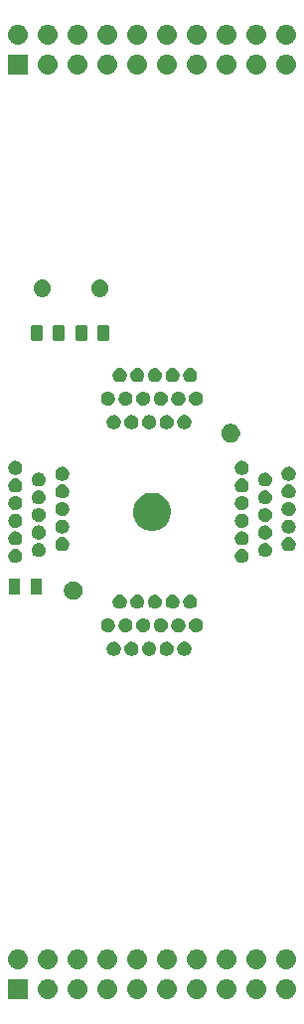
<source format=gbr>
G04 #@! TF.GenerationSoftware,KiCad,Pcbnew,5.0.2-bee76a0~70~ubuntu18.04.1*
G04 #@! TF.CreationDate,2019-07-23T10:59:54+02:00*
G04 #@! TF.ProjectId,stm32f205,73746d33-3266-4323-9035-2e6b69636164,rev?*
G04 #@! TF.SameCoordinates,Original*
G04 #@! TF.FileFunction,Soldermask,Bot*
G04 #@! TF.FilePolarity,Negative*
%FSLAX46Y46*%
G04 Gerber Fmt 4.6, Leading zero omitted, Abs format (unit mm)*
G04 Created by KiCad (PCBNEW 5.0.2-bee76a0~70~ubuntu18.04.1) date mar. 23 juil. 2019 10:59:54 CEST*
%MOMM*%
%LPD*%
G01*
G04 APERTURE LIST*
%ADD10C,0.100000*%
G04 APERTURE END LIST*
D10*
G36*
X61126630Y-154102299D02*
X61286855Y-154150903D01*
X61434520Y-154229831D01*
X61563949Y-154336051D01*
X61670169Y-154465480D01*
X61749097Y-154613145D01*
X61797701Y-154773370D01*
X61814112Y-154940000D01*
X61797701Y-155106630D01*
X61749097Y-155266855D01*
X61670169Y-155414520D01*
X61563949Y-155543949D01*
X61434520Y-155650169D01*
X61286855Y-155729097D01*
X61126630Y-155777701D01*
X61001752Y-155790000D01*
X60918248Y-155790000D01*
X60793370Y-155777701D01*
X60633145Y-155729097D01*
X60485480Y-155650169D01*
X60356051Y-155543949D01*
X60249831Y-155414520D01*
X60170903Y-155266855D01*
X60122299Y-155106630D01*
X60105888Y-154940000D01*
X60122299Y-154773370D01*
X60170903Y-154613145D01*
X60249831Y-154465480D01*
X60356051Y-154336051D01*
X60485480Y-154229831D01*
X60633145Y-154150903D01*
X60793370Y-154102299D01*
X60918248Y-154090000D01*
X61001752Y-154090000D01*
X61126630Y-154102299D01*
X61126630Y-154102299D01*
G37*
G36*
X71286630Y-154102299D02*
X71446855Y-154150903D01*
X71594520Y-154229831D01*
X71723949Y-154336051D01*
X71830169Y-154465480D01*
X71909097Y-154613145D01*
X71957701Y-154773370D01*
X71974112Y-154940000D01*
X71957701Y-155106630D01*
X71909097Y-155266855D01*
X71830169Y-155414520D01*
X71723949Y-155543949D01*
X71594520Y-155650169D01*
X71446855Y-155729097D01*
X71286630Y-155777701D01*
X71161752Y-155790000D01*
X71078248Y-155790000D01*
X70953370Y-155777701D01*
X70793145Y-155729097D01*
X70645480Y-155650169D01*
X70516051Y-155543949D01*
X70409831Y-155414520D01*
X70330903Y-155266855D01*
X70282299Y-155106630D01*
X70265888Y-154940000D01*
X70282299Y-154773370D01*
X70330903Y-154613145D01*
X70409831Y-154465480D01*
X70516051Y-154336051D01*
X70645480Y-154229831D01*
X70793145Y-154150903D01*
X70953370Y-154102299D01*
X71078248Y-154090000D01*
X71161752Y-154090000D01*
X71286630Y-154102299D01*
X71286630Y-154102299D01*
G37*
G36*
X73826630Y-154102299D02*
X73986855Y-154150903D01*
X74134520Y-154229831D01*
X74263949Y-154336051D01*
X74370169Y-154465480D01*
X74449097Y-154613145D01*
X74497701Y-154773370D01*
X74514112Y-154940000D01*
X74497701Y-155106630D01*
X74449097Y-155266855D01*
X74370169Y-155414520D01*
X74263949Y-155543949D01*
X74134520Y-155650169D01*
X73986855Y-155729097D01*
X73826630Y-155777701D01*
X73701752Y-155790000D01*
X73618248Y-155790000D01*
X73493370Y-155777701D01*
X73333145Y-155729097D01*
X73185480Y-155650169D01*
X73056051Y-155543949D01*
X72949831Y-155414520D01*
X72870903Y-155266855D01*
X72822299Y-155106630D01*
X72805888Y-154940000D01*
X72822299Y-154773370D01*
X72870903Y-154613145D01*
X72949831Y-154465480D01*
X73056051Y-154336051D01*
X73185480Y-154229831D01*
X73333145Y-154150903D01*
X73493370Y-154102299D01*
X73618248Y-154090000D01*
X73701752Y-154090000D01*
X73826630Y-154102299D01*
X73826630Y-154102299D01*
G37*
G36*
X68746630Y-154102299D02*
X68906855Y-154150903D01*
X69054520Y-154229831D01*
X69183949Y-154336051D01*
X69290169Y-154465480D01*
X69369097Y-154613145D01*
X69417701Y-154773370D01*
X69434112Y-154940000D01*
X69417701Y-155106630D01*
X69369097Y-155266855D01*
X69290169Y-155414520D01*
X69183949Y-155543949D01*
X69054520Y-155650169D01*
X68906855Y-155729097D01*
X68746630Y-155777701D01*
X68621752Y-155790000D01*
X68538248Y-155790000D01*
X68413370Y-155777701D01*
X68253145Y-155729097D01*
X68105480Y-155650169D01*
X67976051Y-155543949D01*
X67869831Y-155414520D01*
X67790903Y-155266855D01*
X67742299Y-155106630D01*
X67725888Y-154940000D01*
X67742299Y-154773370D01*
X67790903Y-154613145D01*
X67869831Y-154465480D01*
X67976051Y-154336051D01*
X68105480Y-154229831D01*
X68253145Y-154150903D01*
X68413370Y-154102299D01*
X68538248Y-154090000D01*
X68621752Y-154090000D01*
X68746630Y-154102299D01*
X68746630Y-154102299D01*
G37*
G36*
X66206630Y-154102299D02*
X66366855Y-154150903D01*
X66514520Y-154229831D01*
X66643949Y-154336051D01*
X66750169Y-154465480D01*
X66829097Y-154613145D01*
X66877701Y-154773370D01*
X66894112Y-154940000D01*
X66877701Y-155106630D01*
X66829097Y-155266855D01*
X66750169Y-155414520D01*
X66643949Y-155543949D01*
X66514520Y-155650169D01*
X66366855Y-155729097D01*
X66206630Y-155777701D01*
X66081752Y-155790000D01*
X65998248Y-155790000D01*
X65873370Y-155777701D01*
X65713145Y-155729097D01*
X65565480Y-155650169D01*
X65436051Y-155543949D01*
X65329831Y-155414520D01*
X65250903Y-155266855D01*
X65202299Y-155106630D01*
X65185888Y-154940000D01*
X65202299Y-154773370D01*
X65250903Y-154613145D01*
X65329831Y-154465480D01*
X65436051Y-154336051D01*
X65565480Y-154229831D01*
X65713145Y-154150903D01*
X65873370Y-154102299D01*
X65998248Y-154090000D01*
X66081752Y-154090000D01*
X66206630Y-154102299D01*
X66206630Y-154102299D01*
G37*
G36*
X63666630Y-154102299D02*
X63826855Y-154150903D01*
X63974520Y-154229831D01*
X64103949Y-154336051D01*
X64210169Y-154465480D01*
X64289097Y-154613145D01*
X64337701Y-154773370D01*
X64354112Y-154940000D01*
X64337701Y-155106630D01*
X64289097Y-155266855D01*
X64210169Y-155414520D01*
X64103949Y-155543949D01*
X63974520Y-155650169D01*
X63826855Y-155729097D01*
X63666630Y-155777701D01*
X63541752Y-155790000D01*
X63458248Y-155790000D01*
X63333370Y-155777701D01*
X63173145Y-155729097D01*
X63025480Y-155650169D01*
X62896051Y-155543949D01*
X62789831Y-155414520D01*
X62710903Y-155266855D01*
X62662299Y-155106630D01*
X62645888Y-154940000D01*
X62662299Y-154773370D01*
X62710903Y-154613145D01*
X62789831Y-154465480D01*
X62896051Y-154336051D01*
X63025480Y-154229831D01*
X63173145Y-154150903D01*
X63333370Y-154102299D01*
X63458248Y-154090000D01*
X63541752Y-154090000D01*
X63666630Y-154102299D01*
X63666630Y-154102299D01*
G37*
G36*
X53506630Y-154102299D02*
X53666855Y-154150903D01*
X53814520Y-154229831D01*
X53943949Y-154336051D01*
X54050169Y-154465480D01*
X54129097Y-154613145D01*
X54177701Y-154773370D01*
X54194112Y-154940000D01*
X54177701Y-155106630D01*
X54129097Y-155266855D01*
X54050169Y-155414520D01*
X53943949Y-155543949D01*
X53814520Y-155650169D01*
X53666855Y-155729097D01*
X53506630Y-155777701D01*
X53381752Y-155790000D01*
X53298248Y-155790000D01*
X53173370Y-155777701D01*
X53013145Y-155729097D01*
X52865480Y-155650169D01*
X52736051Y-155543949D01*
X52629831Y-155414520D01*
X52550903Y-155266855D01*
X52502299Y-155106630D01*
X52485888Y-154940000D01*
X52502299Y-154773370D01*
X52550903Y-154613145D01*
X52629831Y-154465480D01*
X52736051Y-154336051D01*
X52865480Y-154229831D01*
X53013145Y-154150903D01*
X53173370Y-154102299D01*
X53298248Y-154090000D01*
X53381752Y-154090000D01*
X53506630Y-154102299D01*
X53506630Y-154102299D01*
G37*
G36*
X56046630Y-154102299D02*
X56206855Y-154150903D01*
X56354520Y-154229831D01*
X56483949Y-154336051D01*
X56590169Y-154465480D01*
X56669097Y-154613145D01*
X56717701Y-154773370D01*
X56734112Y-154940000D01*
X56717701Y-155106630D01*
X56669097Y-155266855D01*
X56590169Y-155414520D01*
X56483949Y-155543949D01*
X56354520Y-155650169D01*
X56206855Y-155729097D01*
X56046630Y-155777701D01*
X55921752Y-155790000D01*
X55838248Y-155790000D01*
X55713370Y-155777701D01*
X55553145Y-155729097D01*
X55405480Y-155650169D01*
X55276051Y-155543949D01*
X55169831Y-155414520D01*
X55090903Y-155266855D01*
X55042299Y-155106630D01*
X55025888Y-154940000D01*
X55042299Y-154773370D01*
X55090903Y-154613145D01*
X55169831Y-154465480D01*
X55276051Y-154336051D01*
X55405480Y-154229831D01*
X55553145Y-154150903D01*
X55713370Y-154102299D01*
X55838248Y-154090000D01*
X55921752Y-154090000D01*
X56046630Y-154102299D01*
X56046630Y-154102299D01*
G37*
G36*
X58586630Y-154102299D02*
X58746855Y-154150903D01*
X58894520Y-154229831D01*
X59023949Y-154336051D01*
X59130169Y-154465480D01*
X59209097Y-154613145D01*
X59257701Y-154773370D01*
X59274112Y-154940000D01*
X59257701Y-155106630D01*
X59209097Y-155266855D01*
X59130169Y-155414520D01*
X59023949Y-155543949D01*
X58894520Y-155650169D01*
X58746855Y-155729097D01*
X58586630Y-155777701D01*
X58461752Y-155790000D01*
X58378248Y-155790000D01*
X58253370Y-155777701D01*
X58093145Y-155729097D01*
X57945480Y-155650169D01*
X57816051Y-155543949D01*
X57709831Y-155414520D01*
X57630903Y-155266855D01*
X57582299Y-155106630D01*
X57565888Y-154940000D01*
X57582299Y-154773370D01*
X57630903Y-154613145D01*
X57709831Y-154465480D01*
X57816051Y-154336051D01*
X57945480Y-154229831D01*
X58093145Y-154150903D01*
X58253370Y-154102299D01*
X58378248Y-154090000D01*
X58461752Y-154090000D01*
X58586630Y-154102299D01*
X58586630Y-154102299D01*
G37*
G36*
X51650000Y-155790000D02*
X49950000Y-155790000D01*
X49950000Y-154090000D01*
X51650000Y-154090000D01*
X51650000Y-155790000D01*
X51650000Y-155790000D01*
G37*
G36*
X63666630Y-151562299D02*
X63826855Y-151610903D01*
X63974520Y-151689831D01*
X64103949Y-151796051D01*
X64210169Y-151925480D01*
X64289097Y-152073145D01*
X64337701Y-152233370D01*
X64354112Y-152400000D01*
X64337701Y-152566630D01*
X64289097Y-152726855D01*
X64210169Y-152874520D01*
X64103949Y-153003949D01*
X63974520Y-153110169D01*
X63826855Y-153189097D01*
X63666630Y-153237701D01*
X63541752Y-153250000D01*
X63458248Y-153250000D01*
X63333370Y-153237701D01*
X63173145Y-153189097D01*
X63025480Y-153110169D01*
X62896051Y-153003949D01*
X62789831Y-152874520D01*
X62710903Y-152726855D01*
X62662299Y-152566630D01*
X62645888Y-152400000D01*
X62662299Y-152233370D01*
X62710903Y-152073145D01*
X62789831Y-151925480D01*
X62896051Y-151796051D01*
X63025480Y-151689831D01*
X63173145Y-151610903D01*
X63333370Y-151562299D01*
X63458248Y-151550000D01*
X63541752Y-151550000D01*
X63666630Y-151562299D01*
X63666630Y-151562299D01*
G37*
G36*
X61126630Y-151562299D02*
X61286855Y-151610903D01*
X61434520Y-151689831D01*
X61563949Y-151796051D01*
X61670169Y-151925480D01*
X61749097Y-152073145D01*
X61797701Y-152233370D01*
X61814112Y-152400000D01*
X61797701Y-152566630D01*
X61749097Y-152726855D01*
X61670169Y-152874520D01*
X61563949Y-153003949D01*
X61434520Y-153110169D01*
X61286855Y-153189097D01*
X61126630Y-153237701D01*
X61001752Y-153250000D01*
X60918248Y-153250000D01*
X60793370Y-153237701D01*
X60633145Y-153189097D01*
X60485480Y-153110169D01*
X60356051Y-153003949D01*
X60249831Y-152874520D01*
X60170903Y-152726855D01*
X60122299Y-152566630D01*
X60105888Y-152400000D01*
X60122299Y-152233370D01*
X60170903Y-152073145D01*
X60249831Y-151925480D01*
X60356051Y-151796051D01*
X60485480Y-151689831D01*
X60633145Y-151610903D01*
X60793370Y-151562299D01*
X60918248Y-151550000D01*
X61001752Y-151550000D01*
X61126630Y-151562299D01*
X61126630Y-151562299D01*
G37*
G36*
X58586630Y-151562299D02*
X58746855Y-151610903D01*
X58894520Y-151689831D01*
X59023949Y-151796051D01*
X59130169Y-151925480D01*
X59209097Y-152073145D01*
X59257701Y-152233370D01*
X59274112Y-152400000D01*
X59257701Y-152566630D01*
X59209097Y-152726855D01*
X59130169Y-152874520D01*
X59023949Y-153003949D01*
X58894520Y-153110169D01*
X58746855Y-153189097D01*
X58586630Y-153237701D01*
X58461752Y-153250000D01*
X58378248Y-153250000D01*
X58253370Y-153237701D01*
X58093145Y-153189097D01*
X57945480Y-153110169D01*
X57816051Y-153003949D01*
X57709831Y-152874520D01*
X57630903Y-152726855D01*
X57582299Y-152566630D01*
X57565888Y-152400000D01*
X57582299Y-152233370D01*
X57630903Y-152073145D01*
X57709831Y-151925480D01*
X57816051Y-151796051D01*
X57945480Y-151689831D01*
X58093145Y-151610903D01*
X58253370Y-151562299D01*
X58378248Y-151550000D01*
X58461752Y-151550000D01*
X58586630Y-151562299D01*
X58586630Y-151562299D01*
G37*
G36*
X56046630Y-151562299D02*
X56206855Y-151610903D01*
X56354520Y-151689831D01*
X56483949Y-151796051D01*
X56590169Y-151925480D01*
X56669097Y-152073145D01*
X56717701Y-152233370D01*
X56734112Y-152400000D01*
X56717701Y-152566630D01*
X56669097Y-152726855D01*
X56590169Y-152874520D01*
X56483949Y-153003949D01*
X56354520Y-153110169D01*
X56206855Y-153189097D01*
X56046630Y-153237701D01*
X55921752Y-153250000D01*
X55838248Y-153250000D01*
X55713370Y-153237701D01*
X55553145Y-153189097D01*
X55405480Y-153110169D01*
X55276051Y-153003949D01*
X55169831Y-152874520D01*
X55090903Y-152726855D01*
X55042299Y-152566630D01*
X55025888Y-152400000D01*
X55042299Y-152233370D01*
X55090903Y-152073145D01*
X55169831Y-151925480D01*
X55276051Y-151796051D01*
X55405480Y-151689831D01*
X55553145Y-151610903D01*
X55713370Y-151562299D01*
X55838248Y-151550000D01*
X55921752Y-151550000D01*
X56046630Y-151562299D01*
X56046630Y-151562299D01*
G37*
G36*
X53506630Y-151562299D02*
X53666855Y-151610903D01*
X53814520Y-151689831D01*
X53943949Y-151796051D01*
X54050169Y-151925480D01*
X54129097Y-152073145D01*
X54177701Y-152233370D01*
X54194112Y-152400000D01*
X54177701Y-152566630D01*
X54129097Y-152726855D01*
X54050169Y-152874520D01*
X53943949Y-153003949D01*
X53814520Y-153110169D01*
X53666855Y-153189097D01*
X53506630Y-153237701D01*
X53381752Y-153250000D01*
X53298248Y-153250000D01*
X53173370Y-153237701D01*
X53013145Y-153189097D01*
X52865480Y-153110169D01*
X52736051Y-153003949D01*
X52629831Y-152874520D01*
X52550903Y-152726855D01*
X52502299Y-152566630D01*
X52485888Y-152400000D01*
X52502299Y-152233370D01*
X52550903Y-152073145D01*
X52629831Y-151925480D01*
X52736051Y-151796051D01*
X52865480Y-151689831D01*
X53013145Y-151610903D01*
X53173370Y-151562299D01*
X53298248Y-151550000D01*
X53381752Y-151550000D01*
X53506630Y-151562299D01*
X53506630Y-151562299D01*
G37*
G36*
X50966630Y-151562299D02*
X51126855Y-151610903D01*
X51274520Y-151689831D01*
X51403949Y-151796051D01*
X51510169Y-151925480D01*
X51589097Y-152073145D01*
X51637701Y-152233370D01*
X51654112Y-152400000D01*
X51637701Y-152566630D01*
X51589097Y-152726855D01*
X51510169Y-152874520D01*
X51403949Y-153003949D01*
X51274520Y-153110169D01*
X51126855Y-153189097D01*
X50966630Y-153237701D01*
X50841752Y-153250000D01*
X50758248Y-153250000D01*
X50633370Y-153237701D01*
X50473145Y-153189097D01*
X50325480Y-153110169D01*
X50196051Y-153003949D01*
X50089831Y-152874520D01*
X50010903Y-152726855D01*
X49962299Y-152566630D01*
X49945888Y-152400000D01*
X49962299Y-152233370D01*
X50010903Y-152073145D01*
X50089831Y-151925480D01*
X50196051Y-151796051D01*
X50325480Y-151689831D01*
X50473145Y-151610903D01*
X50633370Y-151562299D01*
X50758248Y-151550000D01*
X50841752Y-151550000D01*
X50966630Y-151562299D01*
X50966630Y-151562299D01*
G37*
G36*
X68746630Y-151562299D02*
X68906855Y-151610903D01*
X69054520Y-151689831D01*
X69183949Y-151796051D01*
X69290169Y-151925480D01*
X69369097Y-152073145D01*
X69417701Y-152233370D01*
X69434112Y-152400000D01*
X69417701Y-152566630D01*
X69369097Y-152726855D01*
X69290169Y-152874520D01*
X69183949Y-153003949D01*
X69054520Y-153110169D01*
X68906855Y-153189097D01*
X68746630Y-153237701D01*
X68621752Y-153250000D01*
X68538248Y-153250000D01*
X68413370Y-153237701D01*
X68253145Y-153189097D01*
X68105480Y-153110169D01*
X67976051Y-153003949D01*
X67869831Y-152874520D01*
X67790903Y-152726855D01*
X67742299Y-152566630D01*
X67725888Y-152400000D01*
X67742299Y-152233370D01*
X67790903Y-152073145D01*
X67869831Y-151925480D01*
X67976051Y-151796051D01*
X68105480Y-151689831D01*
X68253145Y-151610903D01*
X68413370Y-151562299D01*
X68538248Y-151550000D01*
X68621752Y-151550000D01*
X68746630Y-151562299D01*
X68746630Y-151562299D01*
G37*
G36*
X73826630Y-151562299D02*
X73986855Y-151610903D01*
X74134520Y-151689831D01*
X74263949Y-151796051D01*
X74370169Y-151925480D01*
X74449097Y-152073145D01*
X74497701Y-152233370D01*
X74514112Y-152400000D01*
X74497701Y-152566630D01*
X74449097Y-152726855D01*
X74370169Y-152874520D01*
X74263949Y-153003949D01*
X74134520Y-153110169D01*
X73986855Y-153189097D01*
X73826630Y-153237701D01*
X73701752Y-153250000D01*
X73618248Y-153250000D01*
X73493370Y-153237701D01*
X73333145Y-153189097D01*
X73185480Y-153110169D01*
X73056051Y-153003949D01*
X72949831Y-152874520D01*
X72870903Y-152726855D01*
X72822299Y-152566630D01*
X72805888Y-152400000D01*
X72822299Y-152233370D01*
X72870903Y-152073145D01*
X72949831Y-151925480D01*
X73056051Y-151796051D01*
X73185480Y-151689831D01*
X73333145Y-151610903D01*
X73493370Y-151562299D01*
X73618248Y-151550000D01*
X73701752Y-151550000D01*
X73826630Y-151562299D01*
X73826630Y-151562299D01*
G37*
G36*
X66206630Y-151562299D02*
X66366855Y-151610903D01*
X66514520Y-151689831D01*
X66643949Y-151796051D01*
X66750169Y-151925480D01*
X66829097Y-152073145D01*
X66877701Y-152233370D01*
X66894112Y-152400000D01*
X66877701Y-152566630D01*
X66829097Y-152726855D01*
X66750169Y-152874520D01*
X66643949Y-153003949D01*
X66514520Y-153110169D01*
X66366855Y-153189097D01*
X66206630Y-153237701D01*
X66081752Y-153250000D01*
X65998248Y-153250000D01*
X65873370Y-153237701D01*
X65713145Y-153189097D01*
X65565480Y-153110169D01*
X65436051Y-153003949D01*
X65329831Y-152874520D01*
X65250903Y-152726855D01*
X65202299Y-152566630D01*
X65185888Y-152400000D01*
X65202299Y-152233370D01*
X65250903Y-152073145D01*
X65329831Y-151925480D01*
X65436051Y-151796051D01*
X65565480Y-151689831D01*
X65713145Y-151610903D01*
X65873370Y-151562299D01*
X65998248Y-151550000D01*
X66081752Y-151550000D01*
X66206630Y-151562299D01*
X66206630Y-151562299D01*
G37*
G36*
X71286630Y-151562299D02*
X71446855Y-151610903D01*
X71594520Y-151689831D01*
X71723949Y-151796051D01*
X71830169Y-151925480D01*
X71909097Y-152073145D01*
X71957701Y-152233370D01*
X71974112Y-152400000D01*
X71957701Y-152566630D01*
X71909097Y-152726855D01*
X71830169Y-152874520D01*
X71723949Y-153003949D01*
X71594520Y-153110169D01*
X71446855Y-153189097D01*
X71286630Y-153237701D01*
X71161752Y-153250000D01*
X71078248Y-153250000D01*
X70953370Y-153237701D01*
X70793145Y-153189097D01*
X70645480Y-153110169D01*
X70516051Y-153003949D01*
X70409831Y-152874520D01*
X70330903Y-152726855D01*
X70282299Y-152566630D01*
X70265888Y-152400000D01*
X70282299Y-152233370D01*
X70330903Y-152073145D01*
X70409831Y-151925480D01*
X70516051Y-151796051D01*
X70645480Y-151689831D01*
X70793145Y-151610903D01*
X70953370Y-151562299D01*
X71078248Y-151550000D01*
X71161752Y-151550000D01*
X71286630Y-151562299D01*
X71286630Y-151562299D01*
G37*
G36*
X65155012Y-125373057D02*
X65264207Y-125418287D01*
X65362481Y-125483952D01*
X65446048Y-125567519D01*
X65511713Y-125665793D01*
X65556943Y-125774988D01*
X65580000Y-125890904D01*
X65580000Y-126009096D01*
X65556943Y-126125012D01*
X65511713Y-126234207D01*
X65446048Y-126332481D01*
X65362481Y-126416048D01*
X65264207Y-126481713D01*
X65155012Y-126526943D01*
X65039096Y-126550000D01*
X64920904Y-126550000D01*
X64804988Y-126526943D01*
X64695793Y-126481713D01*
X64597519Y-126416048D01*
X64513952Y-126332481D01*
X64448287Y-126234207D01*
X64403057Y-126125012D01*
X64380000Y-126009096D01*
X64380000Y-125890904D01*
X64403057Y-125774988D01*
X64448287Y-125665793D01*
X64513952Y-125567519D01*
X64597519Y-125483952D01*
X64695793Y-125418287D01*
X64804988Y-125373057D01*
X64920904Y-125350000D01*
X65039096Y-125350000D01*
X65155012Y-125373057D01*
X65155012Y-125373057D01*
G37*
G36*
X62155012Y-125373057D02*
X62264207Y-125418287D01*
X62362481Y-125483952D01*
X62446048Y-125567519D01*
X62511713Y-125665793D01*
X62556943Y-125774988D01*
X62580000Y-125890904D01*
X62580000Y-126009096D01*
X62556943Y-126125012D01*
X62511713Y-126234207D01*
X62446048Y-126332481D01*
X62362481Y-126416048D01*
X62264207Y-126481713D01*
X62155012Y-126526943D01*
X62039096Y-126550000D01*
X61920904Y-126550000D01*
X61804988Y-126526943D01*
X61695793Y-126481713D01*
X61597519Y-126416048D01*
X61513952Y-126332481D01*
X61448287Y-126234207D01*
X61403057Y-126125012D01*
X61380000Y-126009096D01*
X61380000Y-125890904D01*
X61403057Y-125774988D01*
X61448287Y-125665793D01*
X61513952Y-125567519D01*
X61597519Y-125483952D01*
X61695793Y-125418287D01*
X61804988Y-125373057D01*
X61920904Y-125350000D01*
X62039096Y-125350000D01*
X62155012Y-125373057D01*
X62155012Y-125373057D01*
G37*
G36*
X59155012Y-125373057D02*
X59264207Y-125418287D01*
X59362481Y-125483952D01*
X59446048Y-125567519D01*
X59511713Y-125665793D01*
X59556943Y-125774988D01*
X59580000Y-125890904D01*
X59580000Y-126009096D01*
X59556943Y-126125012D01*
X59511713Y-126234207D01*
X59446048Y-126332481D01*
X59362481Y-126416048D01*
X59264207Y-126481713D01*
X59155012Y-126526943D01*
X59039096Y-126550000D01*
X58920904Y-126550000D01*
X58804988Y-126526943D01*
X58695793Y-126481713D01*
X58597519Y-126416048D01*
X58513952Y-126332481D01*
X58448287Y-126234207D01*
X58403057Y-126125012D01*
X58380000Y-126009096D01*
X58380000Y-125890904D01*
X58403057Y-125774988D01*
X58448287Y-125665793D01*
X58513952Y-125567519D01*
X58597519Y-125483952D01*
X58695793Y-125418287D01*
X58804988Y-125373057D01*
X58920904Y-125350000D01*
X59039096Y-125350000D01*
X59155012Y-125373057D01*
X59155012Y-125373057D01*
G37*
G36*
X60655012Y-125373057D02*
X60764207Y-125418287D01*
X60862481Y-125483952D01*
X60946048Y-125567519D01*
X61011713Y-125665793D01*
X61056943Y-125774988D01*
X61080000Y-125890904D01*
X61080000Y-126009096D01*
X61056943Y-126125012D01*
X61011713Y-126234207D01*
X60946048Y-126332481D01*
X60862481Y-126416048D01*
X60764207Y-126481713D01*
X60655012Y-126526943D01*
X60539096Y-126550000D01*
X60420904Y-126550000D01*
X60304988Y-126526943D01*
X60195793Y-126481713D01*
X60097519Y-126416048D01*
X60013952Y-126332481D01*
X59948287Y-126234207D01*
X59903057Y-126125012D01*
X59880000Y-126009096D01*
X59880000Y-125890904D01*
X59903057Y-125774988D01*
X59948287Y-125665793D01*
X60013952Y-125567519D01*
X60097519Y-125483952D01*
X60195793Y-125418287D01*
X60304988Y-125373057D01*
X60420904Y-125350000D01*
X60539096Y-125350000D01*
X60655012Y-125373057D01*
X60655012Y-125373057D01*
G37*
G36*
X63655012Y-125373057D02*
X63764207Y-125418287D01*
X63862481Y-125483952D01*
X63946048Y-125567519D01*
X64011713Y-125665793D01*
X64056943Y-125774988D01*
X64080000Y-125890904D01*
X64080000Y-126009096D01*
X64056943Y-126125012D01*
X64011713Y-126234207D01*
X63946048Y-126332481D01*
X63862481Y-126416048D01*
X63764207Y-126481713D01*
X63655012Y-126526943D01*
X63539096Y-126550000D01*
X63420904Y-126550000D01*
X63304988Y-126526943D01*
X63195793Y-126481713D01*
X63097519Y-126416048D01*
X63013952Y-126332481D01*
X62948287Y-126234207D01*
X62903057Y-126125012D01*
X62880000Y-126009096D01*
X62880000Y-125890904D01*
X62903057Y-125774988D01*
X62948287Y-125665793D01*
X63013952Y-125567519D01*
X63097519Y-125483952D01*
X63195793Y-125418287D01*
X63304988Y-125373057D01*
X63420904Y-125350000D01*
X63539096Y-125350000D01*
X63655012Y-125373057D01*
X63655012Y-125373057D01*
G37*
G36*
X60155012Y-123373057D02*
X60264207Y-123418287D01*
X60362481Y-123483952D01*
X60446048Y-123567519D01*
X60511713Y-123665793D01*
X60556943Y-123774988D01*
X60580000Y-123890904D01*
X60580000Y-124009096D01*
X60556943Y-124125012D01*
X60511713Y-124234207D01*
X60446048Y-124332481D01*
X60362481Y-124416048D01*
X60264207Y-124481713D01*
X60155012Y-124526943D01*
X60039096Y-124550000D01*
X59920904Y-124550000D01*
X59804988Y-124526943D01*
X59695793Y-124481713D01*
X59597519Y-124416048D01*
X59513952Y-124332481D01*
X59448287Y-124234207D01*
X59403057Y-124125012D01*
X59380000Y-124009096D01*
X59380000Y-123890904D01*
X59403057Y-123774988D01*
X59448287Y-123665793D01*
X59513952Y-123567519D01*
X59597519Y-123483952D01*
X59695793Y-123418287D01*
X59804988Y-123373057D01*
X59920904Y-123350000D01*
X60039096Y-123350000D01*
X60155012Y-123373057D01*
X60155012Y-123373057D01*
G37*
G36*
X66155012Y-123373057D02*
X66264207Y-123418287D01*
X66362481Y-123483952D01*
X66446048Y-123567519D01*
X66511713Y-123665793D01*
X66556943Y-123774988D01*
X66580000Y-123890904D01*
X66580000Y-124009096D01*
X66556943Y-124125012D01*
X66511713Y-124234207D01*
X66446048Y-124332481D01*
X66362481Y-124416048D01*
X66264207Y-124481713D01*
X66155012Y-124526943D01*
X66039096Y-124550000D01*
X65920904Y-124550000D01*
X65804988Y-124526943D01*
X65695793Y-124481713D01*
X65597519Y-124416048D01*
X65513952Y-124332481D01*
X65448287Y-124234207D01*
X65403057Y-124125012D01*
X65380000Y-124009096D01*
X65380000Y-123890904D01*
X65403057Y-123774988D01*
X65448287Y-123665793D01*
X65513952Y-123567519D01*
X65597519Y-123483952D01*
X65695793Y-123418287D01*
X65804988Y-123373057D01*
X65920904Y-123350000D01*
X66039096Y-123350000D01*
X66155012Y-123373057D01*
X66155012Y-123373057D01*
G37*
G36*
X58655012Y-123373057D02*
X58764207Y-123418287D01*
X58862481Y-123483952D01*
X58946048Y-123567519D01*
X59011713Y-123665793D01*
X59056943Y-123774988D01*
X59080000Y-123890904D01*
X59080000Y-124009096D01*
X59056943Y-124125012D01*
X59011713Y-124234207D01*
X58946048Y-124332481D01*
X58862481Y-124416048D01*
X58764207Y-124481713D01*
X58655012Y-124526943D01*
X58539096Y-124550000D01*
X58420904Y-124550000D01*
X58304988Y-124526943D01*
X58195793Y-124481713D01*
X58097519Y-124416048D01*
X58013952Y-124332481D01*
X57948287Y-124234207D01*
X57903057Y-124125012D01*
X57880000Y-124009096D01*
X57880000Y-123890904D01*
X57903057Y-123774988D01*
X57948287Y-123665793D01*
X58013952Y-123567519D01*
X58097519Y-123483952D01*
X58195793Y-123418287D01*
X58304988Y-123373057D01*
X58420904Y-123350000D01*
X58539096Y-123350000D01*
X58655012Y-123373057D01*
X58655012Y-123373057D01*
G37*
G36*
X63155012Y-123373057D02*
X63264207Y-123418287D01*
X63362481Y-123483952D01*
X63446048Y-123567519D01*
X63511713Y-123665793D01*
X63556943Y-123774988D01*
X63580000Y-123890904D01*
X63580000Y-124009096D01*
X63556943Y-124125012D01*
X63511713Y-124234207D01*
X63446048Y-124332481D01*
X63362481Y-124416048D01*
X63264207Y-124481713D01*
X63155012Y-124526943D01*
X63039096Y-124550000D01*
X62920904Y-124550000D01*
X62804988Y-124526943D01*
X62695793Y-124481713D01*
X62597519Y-124416048D01*
X62513952Y-124332481D01*
X62448287Y-124234207D01*
X62403057Y-124125012D01*
X62380000Y-124009096D01*
X62380000Y-123890904D01*
X62403057Y-123774988D01*
X62448287Y-123665793D01*
X62513952Y-123567519D01*
X62597519Y-123483952D01*
X62695793Y-123418287D01*
X62804988Y-123373057D01*
X62920904Y-123350000D01*
X63039096Y-123350000D01*
X63155012Y-123373057D01*
X63155012Y-123373057D01*
G37*
G36*
X61655012Y-123373057D02*
X61764207Y-123418287D01*
X61862481Y-123483952D01*
X61946048Y-123567519D01*
X62011713Y-123665793D01*
X62056943Y-123774988D01*
X62080000Y-123890904D01*
X62080000Y-124009096D01*
X62056943Y-124125012D01*
X62011713Y-124234207D01*
X61946048Y-124332481D01*
X61862481Y-124416048D01*
X61764207Y-124481713D01*
X61655012Y-124526943D01*
X61539096Y-124550000D01*
X61420904Y-124550000D01*
X61304988Y-124526943D01*
X61195793Y-124481713D01*
X61097519Y-124416048D01*
X61013952Y-124332481D01*
X60948287Y-124234207D01*
X60903057Y-124125012D01*
X60880000Y-124009096D01*
X60880000Y-123890904D01*
X60903057Y-123774988D01*
X60948287Y-123665793D01*
X61013952Y-123567519D01*
X61097519Y-123483952D01*
X61195793Y-123418287D01*
X61304988Y-123373057D01*
X61420904Y-123350000D01*
X61539096Y-123350000D01*
X61655012Y-123373057D01*
X61655012Y-123373057D01*
G37*
G36*
X64655012Y-123373057D02*
X64764207Y-123418287D01*
X64862481Y-123483952D01*
X64946048Y-123567519D01*
X65011713Y-123665793D01*
X65056943Y-123774988D01*
X65080000Y-123890904D01*
X65080000Y-124009096D01*
X65056943Y-124125012D01*
X65011713Y-124234207D01*
X64946048Y-124332481D01*
X64862481Y-124416048D01*
X64764207Y-124481713D01*
X64655012Y-124526943D01*
X64539096Y-124550000D01*
X64420904Y-124550000D01*
X64304988Y-124526943D01*
X64195793Y-124481713D01*
X64097519Y-124416048D01*
X64013952Y-124332481D01*
X63948287Y-124234207D01*
X63903057Y-124125012D01*
X63880000Y-124009096D01*
X63880000Y-123890904D01*
X63903057Y-123774988D01*
X63948287Y-123665793D01*
X64013952Y-123567519D01*
X64097519Y-123483952D01*
X64195793Y-123418287D01*
X64304988Y-123373057D01*
X64420904Y-123350000D01*
X64539096Y-123350000D01*
X64655012Y-123373057D01*
X64655012Y-123373057D01*
G37*
G36*
X61155012Y-121373057D02*
X61264207Y-121418287D01*
X61362481Y-121483952D01*
X61446048Y-121567519D01*
X61511713Y-121665793D01*
X61556943Y-121774988D01*
X61580000Y-121890904D01*
X61580000Y-122009096D01*
X61556943Y-122125012D01*
X61511713Y-122234207D01*
X61446048Y-122332481D01*
X61362481Y-122416048D01*
X61264207Y-122481713D01*
X61155012Y-122526943D01*
X61039096Y-122550000D01*
X60920904Y-122550000D01*
X60804988Y-122526943D01*
X60695793Y-122481713D01*
X60597519Y-122416048D01*
X60513952Y-122332481D01*
X60448287Y-122234207D01*
X60403057Y-122125012D01*
X60380000Y-122009096D01*
X60380000Y-121890904D01*
X60403057Y-121774988D01*
X60448287Y-121665793D01*
X60513952Y-121567519D01*
X60597519Y-121483952D01*
X60695793Y-121418287D01*
X60804988Y-121373057D01*
X60920904Y-121350000D01*
X61039096Y-121350000D01*
X61155012Y-121373057D01*
X61155012Y-121373057D01*
G37*
G36*
X59655012Y-121373057D02*
X59764207Y-121418287D01*
X59862481Y-121483952D01*
X59946048Y-121567519D01*
X60011713Y-121665793D01*
X60056943Y-121774988D01*
X60080000Y-121890904D01*
X60080000Y-122009096D01*
X60056943Y-122125012D01*
X60011713Y-122234207D01*
X59946048Y-122332481D01*
X59862481Y-122416048D01*
X59764207Y-122481713D01*
X59655012Y-122526943D01*
X59539096Y-122550000D01*
X59420904Y-122550000D01*
X59304988Y-122526943D01*
X59195793Y-122481713D01*
X59097519Y-122416048D01*
X59013952Y-122332481D01*
X58948287Y-122234207D01*
X58903057Y-122125012D01*
X58880000Y-122009096D01*
X58880000Y-121890904D01*
X58903057Y-121774988D01*
X58948287Y-121665793D01*
X59013952Y-121567519D01*
X59097519Y-121483952D01*
X59195793Y-121418287D01*
X59304988Y-121373057D01*
X59420904Y-121350000D01*
X59539096Y-121350000D01*
X59655012Y-121373057D01*
X59655012Y-121373057D01*
G37*
G36*
X62655012Y-121373057D02*
X62764207Y-121418287D01*
X62862481Y-121483952D01*
X62946048Y-121567519D01*
X63011713Y-121665793D01*
X63056943Y-121774988D01*
X63080000Y-121890904D01*
X63080000Y-122009096D01*
X63056943Y-122125012D01*
X63011713Y-122234207D01*
X62946048Y-122332481D01*
X62862481Y-122416048D01*
X62764207Y-122481713D01*
X62655012Y-122526943D01*
X62539096Y-122550000D01*
X62420904Y-122550000D01*
X62304988Y-122526943D01*
X62195793Y-122481713D01*
X62097519Y-122416048D01*
X62013952Y-122332481D01*
X61948287Y-122234207D01*
X61903057Y-122125012D01*
X61880000Y-122009096D01*
X61880000Y-121890904D01*
X61903057Y-121774988D01*
X61948287Y-121665793D01*
X62013952Y-121567519D01*
X62097519Y-121483952D01*
X62195793Y-121418287D01*
X62304988Y-121373057D01*
X62420904Y-121350000D01*
X62539096Y-121350000D01*
X62655012Y-121373057D01*
X62655012Y-121373057D01*
G37*
G36*
X65655012Y-121373057D02*
X65764207Y-121418287D01*
X65862481Y-121483952D01*
X65946048Y-121567519D01*
X66011713Y-121665793D01*
X66056943Y-121774988D01*
X66080000Y-121890904D01*
X66080000Y-122009096D01*
X66056943Y-122125012D01*
X66011713Y-122234207D01*
X65946048Y-122332481D01*
X65862481Y-122416048D01*
X65764207Y-122481713D01*
X65655012Y-122526943D01*
X65539096Y-122550000D01*
X65420904Y-122550000D01*
X65304988Y-122526943D01*
X65195793Y-122481713D01*
X65097519Y-122416048D01*
X65013952Y-122332481D01*
X64948287Y-122234207D01*
X64903057Y-122125012D01*
X64880000Y-122009096D01*
X64880000Y-121890904D01*
X64903057Y-121774988D01*
X64948287Y-121665793D01*
X65013952Y-121567519D01*
X65097519Y-121483952D01*
X65195793Y-121418287D01*
X65304988Y-121373057D01*
X65420904Y-121350000D01*
X65539096Y-121350000D01*
X65655012Y-121373057D01*
X65655012Y-121373057D01*
G37*
G36*
X64155012Y-121373057D02*
X64264207Y-121418287D01*
X64362481Y-121483952D01*
X64446048Y-121567519D01*
X64511713Y-121665793D01*
X64556943Y-121774988D01*
X64580000Y-121890904D01*
X64580000Y-122009096D01*
X64556943Y-122125012D01*
X64511713Y-122234207D01*
X64446048Y-122332481D01*
X64362481Y-122416048D01*
X64264207Y-122481713D01*
X64155012Y-122526943D01*
X64039096Y-122550000D01*
X63920904Y-122550000D01*
X63804988Y-122526943D01*
X63695793Y-122481713D01*
X63597519Y-122416048D01*
X63513952Y-122332481D01*
X63448287Y-122234207D01*
X63403057Y-122125012D01*
X63380000Y-122009096D01*
X63380000Y-121890904D01*
X63403057Y-121774988D01*
X63448287Y-121665793D01*
X63513952Y-121567519D01*
X63597519Y-121483952D01*
X63695793Y-121418287D01*
X63804988Y-121373057D01*
X63920904Y-121350000D01*
X64039096Y-121350000D01*
X64155012Y-121373057D01*
X64155012Y-121373057D01*
G37*
G36*
X55763352Y-120230743D02*
X55908941Y-120291048D01*
X56039973Y-120378601D01*
X56151399Y-120490027D01*
X56238952Y-120621059D01*
X56299257Y-120766648D01*
X56330000Y-120921205D01*
X56330000Y-121078795D01*
X56299257Y-121233352D01*
X56238952Y-121378941D01*
X56151399Y-121509973D01*
X56039973Y-121621399D01*
X55908941Y-121708952D01*
X55763352Y-121769257D01*
X55608795Y-121800000D01*
X55451205Y-121800000D01*
X55296648Y-121769257D01*
X55151059Y-121708952D01*
X55020027Y-121621399D01*
X54908601Y-121509973D01*
X54821048Y-121378941D01*
X54760743Y-121233352D01*
X54730000Y-121078795D01*
X54730000Y-120921205D01*
X54760743Y-120766648D01*
X54821048Y-120621059D01*
X54908601Y-120490027D01*
X55020027Y-120378601D01*
X55151059Y-120291048D01*
X55296648Y-120230743D01*
X55451205Y-120200000D01*
X55608795Y-120200000D01*
X55763352Y-120230743D01*
X55763352Y-120230743D01*
G37*
G36*
X50838992Y-119954076D02*
X50872883Y-119964357D01*
X50904111Y-119981048D01*
X50931485Y-120003515D01*
X50953952Y-120030889D01*
X50970643Y-120062117D01*
X50980924Y-120096008D01*
X50985000Y-120137391D01*
X50985000Y-121162609D01*
X50980924Y-121203992D01*
X50970643Y-121237883D01*
X50953952Y-121269111D01*
X50931485Y-121296485D01*
X50904111Y-121318952D01*
X50872883Y-121335643D01*
X50838992Y-121345924D01*
X50797609Y-121350000D01*
X50197391Y-121350000D01*
X50156008Y-121345924D01*
X50122117Y-121335643D01*
X50090889Y-121318952D01*
X50063515Y-121296485D01*
X50041048Y-121269111D01*
X50024357Y-121237883D01*
X50014076Y-121203992D01*
X50010000Y-121162609D01*
X50010000Y-120137391D01*
X50014076Y-120096008D01*
X50024357Y-120062117D01*
X50041048Y-120030889D01*
X50063515Y-120003515D01*
X50090889Y-119981048D01*
X50122117Y-119964357D01*
X50156008Y-119954076D01*
X50197391Y-119950000D01*
X50797609Y-119950000D01*
X50838992Y-119954076D01*
X50838992Y-119954076D01*
G37*
G36*
X52713992Y-119954076D02*
X52747883Y-119964357D01*
X52779111Y-119981048D01*
X52806485Y-120003515D01*
X52828952Y-120030889D01*
X52845643Y-120062117D01*
X52855924Y-120096008D01*
X52860000Y-120137391D01*
X52860000Y-121162609D01*
X52855924Y-121203992D01*
X52845643Y-121237883D01*
X52828952Y-121269111D01*
X52806485Y-121296485D01*
X52779111Y-121318952D01*
X52747883Y-121335643D01*
X52713992Y-121345924D01*
X52672609Y-121350000D01*
X52072391Y-121350000D01*
X52031008Y-121345924D01*
X51997117Y-121335643D01*
X51965889Y-121318952D01*
X51938515Y-121296485D01*
X51916048Y-121269111D01*
X51899357Y-121237883D01*
X51889076Y-121203992D01*
X51885000Y-121162609D01*
X51885000Y-120137391D01*
X51889076Y-120096008D01*
X51899357Y-120062117D01*
X51916048Y-120030889D01*
X51938515Y-120003515D01*
X51965889Y-119981048D01*
X51997117Y-119964357D01*
X52031008Y-119954076D01*
X52072391Y-119950000D01*
X52672609Y-119950000D01*
X52713992Y-119954076D01*
X52713992Y-119954076D01*
G37*
G36*
X50755012Y-117473057D02*
X50864207Y-117518287D01*
X50962481Y-117583952D01*
X51046048Y-117667519D01*
X51111713Y-117765793D01*
X51156943Y-117874988D01*
X51180000Y-117990904D01*
X51180000Y-118109096D01*
X51156943Y-118225012D01*
X51111713Y-118334207D01*
X51046048Y-118432481D01*
X50962481Y-118516048D01*
X50864207Y-118581713D01*
X50755012Y-118626943D01*
X50639096Y-118650000D01*
X50520904Y-118650000D01*
X50404988Y-118626943D01*
X50295793Y-118581713D01*
X50197519Y-118516048D01*
X50113952Y-118432481D01*
X50048287Y-118334207D01*
X50003057Y-118225012D01*
X49980000Y-118109096D01*
X49980000Y-117990904D01*
X50003057Y-117874988D01*
X50048287Y-117765793D01*
X50113952Y-117667519D01*
X50197519Y-117583952D01*
X50295793Y-117518287D01*
X50404988Y-117473057D01*
X50520904Y-117450000D01*
X50639096Y-117450000D01*
X50755012Y-117473057D01*
X50755012Y-117473057D01*
G37*
G36*
X70055012Y-117473057D02*
X70164207Y-117518287D01*
X70262481Y-117583952D01*
X70346048Y-117667519D01*
X70411713Y-117765793D01*
X70456943Y-117874988D01*
X70480000Y-117990904D01*
X70480000Y-118109096D01*
X70456943Y-118225012D01*
X70411713Y-118334207D01*
X70346048Y-118432481D01*
X70262481Y-118516048D01*
X70164207Y-118581713D01*
X70055012Y-118626943D01*
X69939096Y-118650000D01*
X69820904Y-118650000D01*
X69704988Y-118626943D01*
X69595793Y-118581713D01*
X69497519Y-118516048D01*
X69413952Y-118432481D01*
X69348287Y-118334207D01*
X69303057Y-118225012D01*
X69280000Y-118109096D01*
X69280000Y-117990904D01*
X69303057Y-117874988D01*
X69348287Y-117765793D01*
X69413952Y-117667519D01*
X69497519Y-117583952D01*
X69595793Y-117518287D01*
X69704988Y-117473057D01*
X69820904Y-117450000D01*
X69939096Y-117450000D01*
X70055012Y-117473057D01*
X70055012Y-117473057D01*
G37*
G36*
X72055012Y-116973057D02*
X72164207Y-117018287D01*
X72262481Y-117083952D01*
X72346048Y-117167519D01*
X72411713Y-117265793D01*
X72456943Y-117374988D01*
X72480000Y-117490904D01*
X72480000Y-117609096D01*
X72456943Y-117725012D01*
X72411713Y-117834207D01*
X72346048Y-117932481D01*
X72262481Y-118016048D01*
X72164207Y-118081713D01*
X72055012Y-118126943D01*
X71939096Y-118150000D01*
X71820904Y-118150000D01*
X71704988Y-118126943D01*
X71595793Y-118081713D01*
X71497519Y-118016048D01*
X71413952Y-117932481D01*
X71348287Y-117834207D01*
X71303057Y-117725012D01*
X71280000Y-117609096D01*
X71280000Y-117490904D01*
X71303057Y-117374988D01*
X71348287Y-117265793D01*
X71413952Y-117167519D01*
X71497519Y-117083952D01*
X71595793Y-117018287D01*
X71704988Y-116973057D01*
X71820904Y-116950000D01*
X71939096Y-116950000D01*
X72055012Y-116973057D01*
X72055012Y-116973057D01*
G37*
G36*
X52755012Y-116973057D02*
X52864207Y-117018287D01*
X52962481Y-117083952D01*
X53046048Y-117167519D01*
X53111713Y-117265793D01*
X53156943Y-117374988D01*
X53180000Y-117490904D01*
X53180000Y-117609096D01*
X53156943Y-117725012D01*
X53111713Y-117834207D01*
X53046048Y-117932481D01*
X52962481Y-118016048D01*
X52864207Y-118081713D01*
X52755012Y-118126943D01*
X52639096Y-118150000D01*
X52520904Y-118150000D01*
X52404988Y-118126943D01*
X52295793Y-118081713D01*
X52197519Y-118016048D01*
X52113952Y-117932481D01*
X52048287Y-117834207D01*
X52003057Y-117725012D01*
X51980000Y-117609096D01*
X51980000Y-117490904D01*
X52003057Y-117374988D01*
X52048287Y-117265793D01*
X52113952Y-117167519D01*
X52197519Y-117083952D01*
X52295793Y-117018287D01*
X52404988Y-116973057D01*
X52520904Y-116950000D01*
X52639096Y-116950000D01*
X52755012Y-116973057D01*
X52755012Y-116973057D01*
G37*
G36*
X54755012Y-116473057D02*
X54864207Y-116518287D01*
X54962481Y-116583952D01*
X55046048Y-116667519D01*
X55111713Y-116765793D01*
X55156943Y-116874988D01*
X55180000Y-116990904D01*
X55180000Y-117109096D01*
X55156943Y-117225012D01*
X55111713Y-117334207D01*
X55046048Y-117432481D01*
X54962481Y-117516048D01*
X54864207Y-117581713D01*
X54755012Y-117626943D01*
X54639096Y-117650000D01*
X54520904Y-117650000D01*
X54404988Y-117626943D01*
X54295793Y-117581713D01*
X54197519Y-117516048D01*
X54113952Y-117432481D01*
X54048287Y-117334207D01*
X54003057Y-117225012D01*
X53980000Y-117109096D01*
X53980000Y-116990904D01*
X54003057Y-116874988D01*
X54048287Y-116765793D01*
X54113952Y-116667519D01*
X54197519Y-116583952D01*
X54295793Y-116518287D01*
X54404988Y-116473057D01*
X54520904Y-116450000D01*
X54639096Y-116450000D01*
X54755012Y-116473057D01*
X54755012Y-116473057D01*
G37*
G36*
X74055012Y-116473057D02*
X74164207Y-116518287D01*
X74262481Y-116583952D01*
X74346048Y-116667519D01*
X74411713Y-116765793D01*
X74456943Y-116874988D01*
X74480000Y-116990904D01*
X74480000Y-117109096D01*
X74456943Y-117225012D01*
X74411713Y-117334207D01*
X74346048Y-117432481D01*
X74262481Y-117516048D01*
X74164207Y-117581713D01*
X74055012Y-117626943D01*
X73939096Y-117650000D01*
X73820904Y-117650000D01*
X73704988Y-117626943D01*
X73595793Y-117581713D01*
X73497519Y-117516048D01*
X73413952Y-117432481D01*
X73348287Y-117334207D01*
X73303057Y-117225012D01*
X73280000Y-117109096D01*
X73280000Y-116990904D01*
X73303057Y-116874988D01*
X73348287Y-116765793D01*
X73413952Y-116667519D01*
X73497519Y-116583952D01*
X73595793Y-116518287D01*
X73704988Y-116473057D01*
X73820904Y-116450000D01*
X73939096Y-116450000D01*
X74055012Y-116473057D01*
X74055012Y-116473057D01*
G37*
G36*
X50755012Y-115973057D02*
X50864207Y-116018287D01*
X50962481Y-116083952D01*
X51046048Y-116167519D01*
X51111713Y-116265793D01*
X51156943Y-116374988D01*
X51180000Y-116490904D01*
X51180000Y-116609096D01*
X51156943Y-116725012D01*
X51111713Y-116834207D01*
X51046048Y-116932481D01*
X50962481Y-117016048D01*
X50864207Y-117081713D01*
X50755012Y-117126943D01*
X50639096Y-117150000D01*
X50520904Y-117150000D01*
X50404988Y-117126943D01*
X50295793Y-117081713D01*
X50197519Y-117016048D01*
X50113952Y-116932481D01*
X50048287Y-116834207D01*
X50003057Y-116725012D01*
X49980000Y-116609096D01*
X49980000Y-116490904D01*
X50003057Y-116374988D01*
X50048287Y-116265793D01*
X50113952Y-116167519D01*
X50197519Y-116083952D01*
X50295793Y-116018287D01*
X50404988Y-115973057D01*
X50520904Y-115950000D01*
X50639096Y-115950000D01*
X50755012Y-115973057D01*
X50755012Y-115973057D01*
G37*
G36*
X70055012Y-115973057D02*
X70164207Y-116018287D01*
X70262481Y-116083952D01*
X70346048Y-116167519D01*
X70411713Y-116265793D01*
X70456943Y-116374988D01*
X70480000Y-116490904D01*
X70480000Y-116609096D01*
X70456943Y-116725012D01*
X70411713Y-116834207D01*
X70346048Y-116932481D01*
X70262481Y-117016048D01*
X70164207Y-117081713D01*
X70055012Y-117126943D01*
X69939096Y-117150000D01*
X69820904Y-117150000D01*
X69704988Y-117126943D01*
X69595793Y-117081713D01*
X69497519Y-117016048D01*
X69413952Y-116932481D01*
X69348287Y-116834207D01*
X69303057Y-116725012D01*
X69280000Y-116609096D01*
X69280000Y-116490904D01*
X69303057Y-116374988D01*
X69348287Y-116265793D01*
X69413952Y-116167519D01*
X69497519Y-116083952D01*
X69595793Y-116018287D01*
X69704988Y-115973057D01*
X69820904Y-115950000D01*
X69939096Y-115950000D01*
X70055012Y-115973057D01*
X70055012Y-115973057D01*
G37*
G36*
X52755012Y-115473057D02*
X52864207Y-115518287D01*
X52962481Y-115583952D01*
X53046048Y-115667519D01*
X53111713Y-115765793D01*
X53156943Y-115874988D01*
X53180000Y-115990904D01*
X53180000Y-116109096D01*
X53156943Y-116225012D01*
X53111713Y-116334207D01*
X53046048Y-116432481D01*
X52962481Y-116516048D01*
X52864207Y-116581713D01*
X52755012Y-116626943D01*
X52639096Y-116650000D01*
X52520904Y-116650000D01*
X52404988Y-116626943D01*
X52295793Y-116581713D01*
X52197519Y-116516048D01*
X52113952Y-116432481D01*
X52048287Y-116334207D01*
X52003057Y-116225012D01*
X51980000Y-116109096D01*
X51980000Y-115990904D01*
X52003057Y-115874988D01*
X52048287Y-115765793D01*
X52113952Y-115667519D01*
X52197519Y-115583952D01*
X52295793Y-115518287D01*
X52404988Y-115473057D01*
X52520904Y-115450000D01*
X52639096Y-115450000D01*
X52755012Y-115473057D01*
X52755012Y-115473057D01*
G37*
G36*
X72055012Y-115473057D02*
X72164207Y-115518287D01*
X72262481Y-115583952D01*
X72346048Y-115667519D01*
X72411713Y-115765793D01*
X72456943Y-115874988D01*
X72480000Y-115990904D01*
X72480000Y-116109096D01*
X72456943Y-116225012D01*
X72411713Y-116334207D01*
X72346048Y-116432481D01*
X72262481Y-116516048D01*
X72164207Y-116581713D01*
X72055012Y-116626943D01*
X71939096Y-116650000D01*
X71820904Y-116650000D01*
X71704988Y-116626943D01*
X71595793Y-116581713D01*
X71497519Y-116516048D01*
X71413952Y-116432481D01*
X71348287Y-116334207D01*
X71303057Y-116225012D01*
X71280000Y-116109096D01*
X71280000Y-115990904D01*
X71303057Y-115874988D01*
X71348287Y-115765793D01*
X71413952Y-115667519D01*
X71497519Y-115583952D01*
X71595793Y-115518287D01*
X71704988Y-115473057D01*
X71820904Y-115450000D01*
X71939096Y-115450000D01*
X72055012Y-115473057D01*
X72055012Y-115473057D01*
G37*
G36*
X74055012Y-114973057D02*
X74164207Y-115018287D01*
X74262481Y-115083952D01*
X74346048Y-115167519D01*
X74411713Y-115265793D01*
X74456943Y-115374988D01*
X74480000Y-115490904D01*
X74480000Y-115609096D01*
X74456943Y-115725012D01*
X74411713Y-115834207D01*
X74346048Y-115932481D01*
X74262481Y-116016048D01*
X74164207Y-116081713D01*
X74055012Y-116126943D01*
X73939096Y-116150000D01*
X73820904Y-116150000D01*
X73704988Y-116126943D01*
X73595793Y-116081713D01*
X73497519Y-116016048D01*
X73413952Y-115932481D01*
X73348287Y-115834207D01*
X73303057Y-115725012D01*
X73280000Y-115609096D01*
X73280000Y-115490904D01*
X73303057Y-115374988D01*
X73348287Y-115265793D01*
X73413952Y-115167519D01*
X73497519Y-115083952D01*
X73595793Y-115018287D01*
X73704988Y-114973057D01*
X73820904Y-114950000D01*
X73939096Y-114950000D01*
X74055012Y-114973057D01*
X74055012Y-114973057D01*
G37*
G36*
X54755012Y-114973057D02*
X54864207Y-115018287D01*
X54962481Y-115083952D01*
X55046048Y-115167519D01*
X55111713Y-115265793D01*
X55156943Y-115374988D01*
X55180000Y-115490904D01*
X55180000Y-115609096D01*
X55156943Y-115725012D01*
X55111713Y-115834207D01*
X55046048Y-115932481D01*
X54962481Y-116016048D01*
X54864207Y-116081713D01*
X54755012Y-116126943D01*
X54639096Y-116150000D01*
X54520904Y-116150000D01*
X54404988Y-116126943D01*
X54295793Y-116081713D01*
X54197519Y-116016048D01*
X54113952Y-115932481D01*
X54048287Y-115834207D01*
X54003057Y-115725012D01*
X53980000Y-115609096D01*
X53980000Y-115490904D01*
X54003057Y-115374988D01*
X54048287Y-115265793D01*
X54113952Y-115167519D01*
X54197519Y-115083952D01*
X54295793Y-115018287D01*
X54404988Y-114973057D01*
X54520904Y-114950000D01*
X54639096Y-114950000D01*
X54755012Y-114973057D01*
X54755012Y-114973057D01*
G37*
G36*
X62703992Y-112737447D02*
X62703994Y-112737448D01*
X62703995Y-112737448D01*
X62999726Y-112859943D01*
X63169014Y-112973058D01*
X63265880Y-113037782D01*
X63492218Y-113264120D01*
X63492220Y-113264123D01*
X63670057Y-113530274D01*
X63792552Y-113826005D01*
X63792553Y-113826008D01*
X63855000Y-114139950D01*
X63855000Y-114460050D01*
X63794184Y-114765793D01*
X63792552Y-114773995D01*
X63670057Y-115069726D01*
X63539049Y-115265793D01*
X63492218Y-115335880D01*
X63265880Y-115562218D01*
X63265877Y-115562220D01*
X62999726Y-115740057D01*
X62703995Y-115862552D01*
X62703994Y-115862552D01*
X62703992Y-115862553D01*
X62390050Y-115925000D01*
X62069950Y-115925000D01*
X61756008Y-115862553D01*
X61756006Y-115862552D01*
X61756005Y-115862552D01*
X61460274Y-115740057D01*
X61194123Y-115562220D01*
X61194120Y-115562218D01*
X60967782Y-115335880D01*
X60920951Y-115265793D01*
X60789943Y-115069726D01*
X60667448Y-114773995D01*
X60665817Y-114765793D01*
X60605000Y-114460050D01*
X60605000Y-114139950D01*
X60667447Y-113826008D01*
X60667448Y-113826005D01*
X60789943Y-113530274D01*
X60967780Y-113264123D01*
X60967782Y-113264120D01*
X61194120Y-113037782D01*
X61290986Y-112973058D01*
X61460274Y-112859943D01*
X61756005Y-112737448D01*
X61756006Y-112737448D01*
X61756008Y-112737447D01*
X62069950Y-112675000D01*
X62390050Y-112675000D01*
X62703992Y-112737447D01*
X62703992Y-112737447D01*
G37*
G36*
X70055012Y-114473057D02*
X70164207Y-114518287D01*
X70262481Y-114583952D01*
X70346048Y-114667519D01*
X70411713Y-114765793D01*
X70456943Y-114874988D01*
X70480000Y-114990904D01*
X70480000Y-115109096D01*
X70456943Y-115225012D01*
X70411713Y-115334207D01*
X70346048Y-115432481D01*
X70262481Y-115516048D01*
X70164207Y-115581713D01*
X70055012Y-115626943D01*
X69939096Y-115650000D01*
X69820904Y-115650000D01*
X69704988Y-115626943D01*
X69595793Y-115581713D01*
X69497519Y-115516048D01*
X69413952Y-115432481D01*
X69348287Y-115334207D01*
X69303057Y-115225012D01*
X69280000Y-115109096D01*
X69280000Y-114990904D01*
X69303057Y-114874988D01*
X69348287Y-114765793D01*
X69413952Y-114667519D01*
X69497519Y-114583952D01*
X69595793Y-114518287D01*
X69704988Y-114473057D01*
X69820904Y-114450000D01*
X69939096Y-114450000D01*
X70055012Y-114473057D01*
X70055012Y-114473057D01*
G37*
G36*
X50755012Y-114473057D02*
X50864207Y-114518287D01*
X50962481Y-114583952D01*
X51046048Y-114667519D01*
X51111713Y-114765793D01*
X51156943Y-114874988D01*
X51180000Y-114990904D01*
X51180000Y-115109096D01*
X51156943Y-115225012D01*
X51111713Y-115334207D01*
X51046048Y-115432481D01*
X50962481Y-115516048D01*
X50864207Y-115581713D01*
X50755012Y-115626943D01*
X50639096Y-115650000D01*
X50520904Y-115650000D01*
X50404988Y-115626943D01*
X50295793Y-115581713D01*
X50197519Y-115516048D01*
X50113952Y-115432481D01*
X50048287Y-115334207D01*
X50003057Y-115225012D01*
X49980000Y-115109096D01*
X49980000Y-114990904D01*
X50003057Y-114874988D01*
X50048287Y-114765793D01*
X50113952Y-114667519D01*
X50197519Y-114583952D01*
X50295793Y-114518287D01*
X50404988Y-114473057D01*
X50520904Y-114450000D01*
X50639096Y-114450000D01*
X50755012Y-114473057D01*
X50755012Y-114473057D01*
G37*
G36*
X52755012Y-113973057D02*
X52864207Y-114018287D01*
X52962481Y-114083952D01*
X53046048Y-114167519D01*
X53111713Y-114265793D01*
X53156943Y-114374988D01*
X53180000Y-114490904D01*
X53180000Y-114609096D01*
X53156943Y-114725012D01*
X53111713Y-114834207D01*
X53046048Y-114932481D01*
X52962481Y-115016048D01*
X52864207Y-115081713D01*
X52755012Y-115126943D01*
X52639096Y-115150000D01*
X52520904Y-115150000D01*
X52404988Y-115126943D01*
X52295793Y-115081713D01*
X52197519Y-115016048D01*
X52113952Y-114932481D01*
X52048287Y-114834207D01*
X52003057Y-114725012D01*
X51980000Y-114609096D01*
X51980000Y-114490904D01*
X52003057Y-114374988D01*
X52048287Y-114265793D01*
X52113952Y-114167519D01*
X52197519Y-114083952D01*
X52295793Y-114018287D01*
X52404988Y-113973057D01*
X52520904Y-113950000D01*
X52639096Y-113950000D01*
X52755012Y-113973057D01*
X52755012Y-113973057D01*
G37*
G36*
X72055012Y-113973057D02*
X72164207Y-114018287D01*
X72262481Y-114083952D01*
X72346048Y-114167519D01*
X72411713Y-114265793D01*
X72456943Y-114374988D01*
X72480000Y-114490904D01*
X72480000Y-114609096D01*
X72456943Y-114725012D01*
X72411713Y-114834207D01*
X72346048Y-114932481D01*
X72262481Y-115016048D01*
X72164207Y-115081713D01*
X72055012Y-115126943D01*
X71939096Y-115150000D01*
X71820904Y-115150000D01*
X71704988Y-115126943D01*
X71595793Y-115081713D01*
X71497519Y-115016048D01*
X71413952Y-114932481D01*
X71348287Y-114834207D01*
X71303057Y-114725012D01*
X71280000Y-114609096D01*
X71280000Y-114490904D01*
X71303057Y-114374988D01*
X71348287Y-114265793D01*
X71413952Y-114167519D01*
X71497519Y-114083952D01*
X71595793Y-114018287D01*
X71704988Y-113973057D01*
X71820904Y-113950000D01*
X71939096Y-113950000D01*
X72055012Y-113973057D01*
X72055012Y-113973057D01*
G37*
G36*
X54755012Y-113473057D02*
X54864207Y-113518287D01*
X54962481Y-113583952D01*
X55046048Y-113667519D01*
X55111713Y-113765793D01*
X55156943Y-113874988D01*
X55180000Y-113990904D01*
X55180000Y-114109096D01*
X55156943Y-114225012D01*
X55111713Y-114334207D01*
X55046048Y-114432481D01*
X54962481Y-114516048D01*
X54864207Y-114581713D01*
X54755012Y-114626943D01*
X54639096Y-114650000D01*
X54520904Y-114650000D01*
X54404988Y-114626943D01*
X54295793Y-114581713D01*
X54197519Y-114516048D01*
X54113952Y-114432481D01*
X54048287Y-114334207D01*
X54003057Y-114225012D01*
X53980000Y-114109096D01*
X53980000Y-113990904D01*
X54003057Y-113874988D01*
X54048287Y-113765793D01*
X54113952Y-113667519D01*
X54197519Y-113583952D01*
X54295793Y-113518287D01*
X54404988Y-113473057D01*
X54520904Y-113450000D01*
X54639096Y-113450000D01*
X54755012Y-113473057D01*
X54755012Y-113473057D01*
G37*
G36*
X74055012Y-113473057D02*
X74164207Y-113518287D01*
X74262481Y-113583952D01*
X74346048Y-113667519D01*
X74411713Y-113765793D01*
X74456943Y-113874988D01*
X74480000Y-113990904D01*
X74480000Y-114109096D01*
X74456943Y-114225012D01*
X74411713Y-114334207D01*
X74346048Y-114432481D01*
X74262481Y-114516048D01*
X74164207Y-114581713D01*
X74055012Y-114626943D01*
X73939096Y-114650000D01*
X73820904Y-114650000D01*
X73704988Y-114626943D01*
X73595793Y-114581713D01*
X73497519Y-114516048D01*
X73413952Y-114432481D01*
X73348287Y-114334207D01*
X73303057Y-114225012D01*
X73280000Y-114109096D01*
X73280000Y-113990904D01*
X73303057Y-113874988D01*
X73348287Y-113765793D01*
X73413952Y-113667519D01*
X73497519Y-113583952D01*
X73595793Y-113518287D01*
X73704988Y-113473057D01*
X73820904Y-113450000D01*
X73939096Y-113450000D01*
X74055012Y-113473057D01*
X74055012Y-113473057D01*
G37*
G36*
X70055012Y-112973057D02*
X70164207Y-113018287D01*
X70262481Y-113083952D01*
X70346048Y-113167519D01*
X70411713Y-113265793D01*
X70456943Y-113374988D01*
X70480000Y-113490904D01*
X70480000Y-113609096D01*
X70456943Y-113725012D01*
X70411713Y-113834207D01*
X70346048Y-113932481D01*
X70262481Y-114016048D01*
X70164207Y-114081713D01*
X70055012Y-114126943D01*
X69939096Y-114150000D01*
X69820904Y-114150000D01*
X69704988Y-114126943D01*
X69595793Y-114081713D01*
X69497519Y-114016048D01*
X69413952Y-113932481D01*
X69348287Y-113834207D01*
X69303057Y-113725012D01*
X69280000Y-113609096D01*
X69280000Y-113490904D01*
X69303057Y-113374988D01*
X69348287Y-113265793D01*
X69413952Y-113167519D01*
X69497519Y-113083952D01*
X69595793Y-113018287D01*
X69704988Y-112973057D01*
X69820904Y-112950000D01*
X69939096Y-112950000D01*
X70055012Y-112973057D01*
X70055012Y-112973057D01*
G37*
G36*
X50755012Y-112973057D02*
X50864207Y-113018287D01*
X50962481Y-113083952D01*
X51046048Y-113167519D01*
X51111713Y-113265793D01*
X51156943Y-113374988D01*
X51180000Y-113490904D01*
X51180000Y-113609096D01*
X51156943Y-113725012D01*
X51111713Y-113834207D01*
X51046048Y-113932481D01*
X50962481Y-114016048D01*
X50864207Y-114081713D01*
X50755012Y-114126943D01*
X50639096Y-114150000D01*
X50520904Y-114150000D01*
X50404988Y-114126943D01*
X50295793Y-114081713D01*
X50197519Y-114016048D01*
X50113952Y-113932481D01*
X50048287Y-113834207D01*
X50003057Y-113725012D01*
X49980000Y-113609096D01*
X49980000Y-113490904D01*
X50003057Y-113374988D01*
X50048287Y-113265793D01*
X50113952Y-113167519D01*
X50197519Y-113083952D01*
X50295793Y-113018287D01*
X50404988Y-112973057D01*
X50520904Y-112950000D01*
X50639096Y-112950000D01*
X50755012Y-112973057D01*
X50755012Y-112973057D01*
G37*
G36*
X52755012Y-112473057D02*
X52864207Y-112518287D01*
X52962481Y-112583952D01*
X53046048Y-112667519D01*
X53111713Y-112765793D01*
X53156943Y-112874988D01*
X53180000Y-112990904D01*
X53180000Y-113109096D01*
X53156943Y-113225012D01*
X53111713Y-113334207D01*
X53046048Y-113432481D01*
X52962481Y-113516048D01*
X52864207Y-113581713D01*
X52755012Y-113626943D01*
X52639096Y-113650000D01*
X52520904Y-113650000D01*
X52404988Y-113626943D01*
X52295793Y-113581713D01*
X52197519Y-113516048D01*
X52113952Y-113432481D01*
X52048287Y-113334207D01*
X52003057Y-113225012D01*
X51980000Y-113109096D01*
X51980000Y-112990904D01*
X52003057Y-112874988D01*
X52048287Y-112765793D01*
X52113952Y-112667519D01*
X52197519Y-112583952D01*
X52295793Y-112518287D01*
X52404988Y-112473057D01*
X52520904Y-112450000D01*
X52639096Y-112450000D01*
X52755012Y-112473057D01*
X52755012Y-112473057D01*
G37*
G36*
X72055012Y-112473057D02*
X72164207Y-112518287D01*
X72262481Y-112583952D01*
X72346048Y-112667519D01*
X72411713Y-112765793D01*
X72456943Y-112874988D01*
X72480000Y-112990904D01*
X72480000Y-113109096D01*
X72456943Y-113225012D01*
X72411713Y-113334207D01*
X72346048Y-113432481D01*
X72262481Y-113516048D01*
X72164207Y-113581713D01*
X72055012Y-113626943D01*
X71939096Y-113650000D01*
X71820904Y-113650000D01*
X71704988Y-113626943D01*
X71595793Y-113581713D01*
X71497519Y-113516048D01*
X71413952Y-113432481D01*
X71348287Y-113334207D01*
X71303057Y-113225012D01*
X71280000Y-113109096D01*
X71280000Y-112990904D01*
X71303057Y-112874988D01*
X71348287Y-112765793D01*
X71413952Y-112667519D01*
X71497519Y-112583952D01*
X71595793Y-112518287D01*
X71704988Y-112473057D01*
X71820904Y-112450000D01*
X71939096Y-112450000D01*
X72055012Y-112473057D01*
X72055012Y-112473057D01*
G37*
G36*
X74055012Y-111973057D02*
X74164207Y-112018287D01*
X74262481Y-112083952D01*
X74346048Y-112167519D01*
X74411713Y-112265793D01*
X74456943Y-112374988D01*
X74480000Y-112490904D01*
X74480000Y-112609096D01*
X74456943Y-112725012D01*
X74411713Y-112834207D01*
X74346048Y-112932481D01*
X74262481Y-113016048D01*
X74164207Y-113081713D01*
X74055012Y-113126943D01*
X73939096Y-113150000D01*
X73820904Y-113150000D01*
X73704988Y-113126943D01*
X73595793Y-113081713D01*
X73497519Y-113016048D01*
X73413952Y-112932481D01*
X73348287Y-112834207D01*
X73303057Y-112725012D01*
X73280000Y-112609096D01*
X73280000Y-112490904D01*
X73303057Y-112374988D01*
X73348287Y-112265793D01*
X73413952Y-112167519D01*
X73497519Y-112083952D01*
X73595793Y-112018287D01*
X73704988Y-111973057D01*
X73820904Y-111950000D01*
X73939096Y-111950000D01*
X74055012Y-111973057D01*
X74055012Y-111973057D01*
G37*
G36*
X54755012Y-111973057D02*
X54864207Y-112018287D01*
X54962481Y-112083952D01*
X55046048Y-112167519D01*
X55111713Y-112265793D01*
X55156943Y-112374988D01*
X55180000Y-112490904D01*
X55180000Y-112609096D01*
X55156943Y-112725012D01*
X55111713Y-112834207D01*
X55046048Y-112932481D01*
X54962481Y-113016048D01*
X54864207Y-113081713D01*
X54755012Y-113126943D01*
X54639096Y-113150000D01*
X54520904Y-113150000D01*
X54404988Y-113126943D01*
X54295793Y-113081713D01*
X54197519Y-113016048D01*
X54113952Y-112932481D01*
X54048287Y-112834207D01*
X54003057Y-112725012D01*
X53980000Y-112609096D01*
X53980000Y-112490904D01*
X54003057Y-112374988D01*
X54048287Y-112265793D01*
X54113952Y-112167519D01*
X54197519Y-112083952D01*
X54295793Y-112018287D01*
X54404988Y-111973057D01*
X54520904Y-111950000D01*
X54639096Y-111950000D01*
X54755012Y-111973057D01*
X54755012Y-111973057D01*
G37*
G36*
X50755012Y-111473057D02*
X50864207Y-111518287D01*
X50962481Y-111583952D01*
X51046048Y-111667519D01*
X51111713Y-111765793D01*
X51156943Y-111874988D01*
X51180000Y-111990904D01*
X51180000Y-112109096D01*
X51156943Y-112225012D01*
X51111713Y-112334207D01*
X51046048Y-112432481D01*
X50962481Y-112516048D01*
X50864207Y-112581713D01*
X50755012Y-112626943D01*
X50639096Y-112650000D01*
X50520904Y-112650000D01*
X50404988Y-112626943D01*
X50295793Y-112581713D01*
X50197519Y-112516048D01*
X50113952Y-112432481D01*
X50048287Y-112334207D01*
X50003057Y-112225012D01*
X49980000Y-112109096D01*
X49980000Y-111990904D01*
X50003057Y-111874988D01*
X50048287Y-111765793D01*
X50113952Y-111667519D01*
X50197519Y-111583952D01*
X50295793Y-111518287D01*
X50404988Y-111473057D01*
X50520904Y-111450000D01*
X50639096Y-111450000D01*
X50755012Y-111473057D01*
X50755012Y-111473057D01*
G37*
G36*
X70055012Y-111473057D02*
X70164207Y-111518287D01*
X70262481Y-111583952D01*
X70346048Y-111667519D01*
X70411713Y-111765793D01*
X70456943Y-111874988D01*
X70480000Y-111990904D01*
X70480000Y-112109096D01*
X70456943Y-112225012D01*
X70411713Y-112334207D01*
X70346048Y-112432481D01*
X70262481Y-112516048D01*
X70164207Y-112581713D01*
X70055012Y-112626943D01*
X69939096Y-112650000D01*
X69820904Y-112650000D01*
X69704988Y-112626943D01*
X69595793Y-112581713D01*
X69497519Y-112516048D01*
X69413952Y-112432481D01*
X69348287Y-112334207D01*
X69303057Y-112225012D01*
X69280000Y-112109096D01*
X69280000Y-111990904D01*
X69303057Y-111874988D01*
X69348287Y-111765793D01*
X69413952Y-111667519D01*
X69497519Y-111583952D01*
X69595793Y-111518287D01*
X69704988Y-111473057D01*
X69820904Y-111450000D01*
X69939096Y-111450000D01*
X70055012Y-111473057D01*
X70055012Y-111473057D01*
G37*
G36*
X52755012Y-110973057D02*
X52864207Y-111018287D01*
X52962481Y-111083952D01*
X53046048Y-111167519D01*
X53111713Y-111265793D01*
X53156943Y-111374988D01*
X53180000Y-111490904D01*
X53180000Y-111609096D01*
X53156943Y-111725012D01*
X53111713Y-111834207D01*
X53046048Y-111932481D01*
X52962481Y-112016048D01*
X52864207Y-112081713D01*
X52755012Y-112126943D01*
X52639096Y-112150000D01*
X52520904Y-112150000D01*
X52404988Y-112126943D01*
X52295793Y-112081713D01*
X52197519Y-112016048D01*
X52113952Y-111932481D01*
X52048287Y-111834207D01*
X52003057Y-111725012D01*
X51980000Y-111609096D01*
X51980000Y-111490904D01*
X52003057Y-111374988D01*
X52048287Y-111265793D01*
X52113952Y-111167519D01*
X52197519Y-111083952D01*
X52295793Y-111018287D01*
X52404988Y-110973057D01*
X52520904Y-110950000D01*
X52639096Y-110950000D01*
X52755012Y-110973057D01*
X52755012Y-110973057D01*
G37*
G36*
X72055012Y-110973057D02*
X72164207Y-111018287D01*
X72262481Y-111083952D01*
X72346048Y-111167519D01*
X72411713Y-111265793D01*
X72456943Y-111374988D01*
X72480000Y-111490904D01*
X72480000Y-111609096D01*
X72456943Y-111725012D01*
X72411713Y-111834207D01*
X72346048Y-111932481D01*
X72262481Y-112016048D01*
X72164207Y-112081713D01*
X72055012Y-112126943D01*
X71939096Y-112150000D01*
X71820904Y-112150000D01*
X71704988Y-112126943D01*
X71595793Y-112081713D01*
X71497519Y-112016048D01*
X71413952Y-111932481D01*
X71348287Y-111834207D01*
X71303057Y-111725012D01*
X71280000Y-111609096D01*
X71280000Y-111490904D01*
X71303057Y-111374988D01*
X71348287Y-111265793D01*
X71413952Y-111167519D01*
X71497519Y-111083952D01*
X71595793Y-111018287D01*
X71704988Y-110973057D01*
X71820904Y-110950000D01*
X71939096Y-110950000D01*
X72055012Y-110973057D01*
X72055012Y-110973057D01*
G37*
G36*
X74055012Y-110473057D02*
X74164207Y-110518287D01*
X74262481Y-110583952D01*
X74346048Y-110667519D01*
X74411713Y-110765793D01*
X74456943Y-110874988D01*
X74480000Y-110990904D01*
X74480000Y-111109096D01*
X74456943Y-111225012D01*
X74411713Y-111334207D01*
X74346048Y-111432481D01*
X74262481Y-111516048D01*
X74164207Y-111581713D01*
X74055012Y-111626943D01*
X73939096Y-111650000D01*
X73820904Y-111650000D01*
X73704988Y-111626943D01*
X73595793Y-111581713D01*
X73497519Y-111516048D01*
X73413952Y-111432481D01*
X73348287Y-111334207D01*
X73303057Y-111225012D01*
X73280000Y-111109096D01*
X73280000Y-110990904D01*
X73303057Y-110874988D01*
X73348287Y-110765793D01*
X73413952Y-110667519D01*
X73497519Y-110583952D01*
X73595793Y-110518287D01*
X73704988Y-110473057D01*
X73820904Y-110450000D01*
X73939096Y-110450000D01*
X74055012Y-110473057D01*
X74055012Y-110473057D01*
G37*
G36*
X54755012Y-110473057D02*
X54864207Y-110518287D01*
X54962481Y-110583952D01*
X55046048Y-110667519D01*
X55111713Y-110765793D01*
X55156943Y-110874988D01*
X55180000Y-110990904D01*
X55180000Y-111109096D01*
X55156943Y-111225012D01*
X55111713Y-111334207D01*
X55046048Y-111432481D01*
X54962481Y-111516048D01*
X54864207Y-111581713D01*
X54755012Y-111626943D01*
X54639096Y-111650000D01*
X54520904Y-111650000D01*
X54404988Y-111626943D01*
X54295793Y-111581713D01*
X54197519Y-111516048D01*
X54113952Y-111432481D01*
X54048287Y-111334207D01*
X54003057Y-111225012D01*
X53980000Y-111109096D01*
X53980000Y-110990904D01*
X54003057Y-110874988D01*
X54048287Y-110765793D01*
X54113952Y-110667519D01*
X54197519Y-110583952D01*
X54295793Y-110518287D01*
X54404988Y-110473057D01*
X54520904Y-110450000D01*
X54639096Y-110450000D01*
X54755012Y-110473057D01*
X54755012Y-110473057D01*
G37*
G36*
X70055012Y-109973057D02*
X70164207Y-110018287D01*
X70262481Y-110083952D01*
X70346048Y-110167519D01*
X70411713Y-110265793D01*
X70456943Y-110374988D01*
X70480000Y-110490904D01*
X70480000Y-110609096D01*
X70456943Y-110725012D01*
X70411713Y-110834207D01*
X70346048Y-110932481D01*
X70262481Y-111016048D01*
X70164207Y-111081713D01*
X70055012Y-111126943D01*
X69939096Y-111150000D01*
X69820904Y-111150000D01*
X69704988Y-111126943D01*
X69595793Y-111081713D01*
X69497519Y-111016048D01*
X69413952Y-110932481D01*
X69348287Y-110834207D01*
X69303057Y-110725012D01*
X69280000Y-110609096D01*
X69280000Y-110490904D01*
X69303057Y-110374988D01*
X69348287Y-110265793D01*
X69413952Y-110167519D01*
X69497519Y-110083952D01*
X69595793Y-110018287D01*
X69704988Y-109973057D01*
X69820904Y-109950000D01*
X69939096Y-109950000D01*
X70055012Y-109973057D01*
X70055012Y-109973057D01*
G37*
G36*
X50755012Y-109973057D02*
X50864207Y-110018287D01*
X50962481Y-110083952D01*
X51046048Y-110167519D01*
X51111713Y-110265793D01*
X51156943Y-110374988D01*
X51180000Y-110490904D01*
X51180000Y-110609096D01*
X51156943Y-110725012D01*
X51111713Y-110834207D01*
X51046048Y-110932481D01*
X50962481Y-111016048D01*
X50864207Y-111081713D01*
X50755012Y-111126943D01*
X50639096Y-111150000D01*
X50520904Y-111150000D01*
X50404988Y-111126943D01*
X50295793Y-111081713D01*
X50197519Y-111016048D01*
X50113952Y-110932481D01*
X50048287Y-110834207D01*
X50003057Y-110725012D01*
X49980000Y-110609096D01*
X49980000Y-110490904D01*
X50003057Y-110374988D01*
X50048287Y-110265793D01*
X50113952Y-110167519D01*
X50197519Y-110083952D01*
X50295793Y-110018287D01*
X50404988Y-109973057D01*
X50520904Y-109950000D01*
X50639096Y-109950000D01*
X50755012Y-109973057D01*
X50755012Y-109973057D01*
G37*
G36*
X69163352Y-106830743D02*
X69308941Y-106891048D01*
X69439973Y-106978601D01*
X69551399Y-107090027D01*
X69638952Y-107221059D01*
X69699257Y-107366648D01*
X69730000Y-107521205D01*
X69730000Y-107678795D01*
X69699257Y-107833352D01*
X69638952Y-107978941D01*
X69551399Y-108109973D01*
X69439973Y-108221399D01*
X69308941Y-108308952D01*
X69163352Y-108369257D01*
X69008795Y-108400000D01*
X68851205Y-108400000D01*
X68696648Y-108369257D01*
X68551059Y-108308952D01*
X68420027Y-108221399D01*
X68308601Y-108109973D01*
X68221048Y-107978941D01*
X68160743Y-107833352D01*
X68130000Y-107678795D01*
X68130000Y-107521205D01*
X68160743Y-107366648D01*
X68221048Y-107221059D01*
X68308601Y-107090027D01*
X68420027Y-106978601D01*
X68551059Y-106891048D01*
X68696648Y-106830743D01*
X68851205Y-106800000D01*
X69008795Y-106800000D01*
X69163352Y-106830743D01*
X69163352Y-106830743D01*
G37*
G36*
X63655012Y-106073057D02*
X63764207Y-106118287D01*
X63862481Y-106183952D01*
X63946048Y-106267519D01*
X64011713Y-106365793D01*
X64056943Y-106474988D01*
X64080000Y-106590904D01*
X64080000Y-106709096D01*
X64056943Y-106825012D01*
X64011713Y-106934207D01*
X63946048Y-107032481D01*
X63862481Y-107116048D01*
X63764207Y-107181713D01*
X63655012Y-107226943D01*
X63539096Y-107250000D01*
X63420904Y-107250000D01*
X63304988Y-107226943D01*
X63195793Y-107181713D01*
X63097519Y-107116048D01*
X63013952Y-107032481D01*
X62948287Y-106934207D01*
X62903057Y-106825012D01*
X62880000Y-106709096D01*
X62880000Y-106590904D01*
X62903057Y-106474988D01*
X62948287Y-106365793D01*
X63013952Y-106267519D01*
X63097519Y-106183952D01*
X63195793Y-106118287D01*
X63304988Y-106073057D01*
X63420904Y-106050000D01*
X63539096Y-106050000D01*
X63655012Y-106073057D01*
X63655012Y-106073057D01*
G37*
G36*
X60655012Y-106073057D02*
X60764207Y-106118287D01*
X60862481Y-106183952D01*
X60946048Y-106267519D01*
X61011713Y-106365793D01*
X61056943Y-106474988D01*
X61080000Y-106590904D01*
X61080000Y-106709096D01*
X61056943Y-106825012D01*
X61011713Y-106934207D01*
X60946048Y-107032481D01*
X60862481Y-107116048D01*
X60764207Y-107181713D01*
X60655012Y-107226943D01*
X60539096Y-107250000D01*
X60420904Y-107250000D01*
X60304988Y-107226943D01*
X60195793Y-107181713D01*
X60097519Y-107116048D01*
X60013952Y-107032481D01*
X59948287Y-106934207D01*
X59903057Y-106825012D01*
X59880000Y-106709096D01*
X59880000Y-106590904D01*
X59903057Y-106474988D01*
X59948287Y-106365793D01*
X60013952Y-106267519D01*
X60097519Y-106183952D01*
X60195793Y-106118287D01*
X60304988Y-106073057D01*
X60420904Y-106050000D01*
X60539096Y-106050000D01*
X60655012Y-106073057D01*
X60655012Y-106073057D01*
G37*
G36*
X59155012Y-106073057D02*
X59264207Y-106118287D01*
X59362481Y-106183952D01*
X59446048Y-106267519D01*
X59511713Y-106365793D01*
X59556943Y-106474988D01*
X59580000Y-106590904D01*
X59580000Y-106709096D01*
X59556943Y-106825012D01*
X59511713Y-106934207D01*
X59446048Y-107032481D01*
X59362481Y-107116048D01*
X59264207Y-107181713D01*
X59155012Y-107226943D01*
X59039096Y-107250000D01*
X58920904Y-107250000D01*
X58804988Y-107226943D01*
X58695793Y-107181713D01*
X58597519Y-107116048D01*
X58513952Y-107032481D01*
X58448287Y-106934207D01*
X58403057Y-106825012D01*
X58380000Y-106709096D01*
X58380000Y-106590904D01*
X58403057Y-106474988D01*
X58448287Y-106365793D01*
X58513952Y-106267519D01*
X58597519Y-106183952D01*
X58695793Y-106118287D01*
X58804988Y-106073057D01*
X58920904Y-106050000D01*
X59039096Y-106050000D01*
X59155012Y-106073057D01*
X59155012Y-106073057D01*
G37*
G36*
X62155012Y-106073057D02*
X62264207Y-106118287D01*
X62362481Y-106183952D01*
X62446048Y-106267519D01*
X62511713Y-106365793D01*
X62556943Y-106474988D01*
X62580000Y-106590904D01*
X62580000Y-106709096D01*
X62556943Y-106825012D01*
X62511713Y-106934207D01*
X62446048Y-107032481D01*
X62362481Y-107116048D01*
X62264207Y-107181713D01*
X62155012Y-107226943D01*
X62039096Y-107250000D01*
X61920904Y-107250000D01*
X61804988Y-107226943D01*
X61695793Y-107181713D01*
X61597519Y-107116048D01*
X61513952Y-107032481D01*
X61448287Y-106934207D01*
X61403057Y-106825012D01*
X61380000Y-106709096D01*
X61380000Y-106590904D01*
X61403057Y-106474988D01*
X61448287Y-106365793D01*
X61513952Y-106267519D01*
X61597519Y-106183952D01*
X61695793Y-106118287D01*
X61804988Y-106073057D01*
X61920904Y-106050000D01*
X62039096Y-106050000D01*
X62155012Y-106073057D01*
X62155012Y-106073057D01*
G37*
G36*
X65155012Y-106073057D02*
X65264207Y-106118287D01*
X65362481Y-106183952D01*
X65446048Y-106267519D01*
X65511713Y-106365793D01*
X65556943Y-106474988D01*
X65580000Y-106590904D01*
X65580000Y-106709096D01*
X65556943Y-106825012D01*
X65511713Y-106934207D01*
X65446048Y-107032481D01*
X65362481Y-107116048D01*
X65264207Y-107181713D01*
X65155012Y-107226943D01*
X65039096Y-107250000D01*
X64920904Y-107250000D01*
X64804988Y-107226943D01*
X64695793Y-107181713D01*
X64597519Y-107116048D01*
X64513952Y-107032481D01*
X64448287Y-106934207D01*
X64403057Y-106825012D01*
X64380000Y-106709096D01*
X64380000Y-106590904D01*
X64403057Y-106474988D01*
X64448287Y-106365793D01*
X64513952Y-106267519D01*
X64597519Y-106183952D01*
X64695793Y-106118287D01*
X64804988Y-106073057D01*
X64920904Y-106050000D01*
X65039096Y-106050000D01*
X65155012Y-106073057D01*
X65155012Y-106073057D01*
G37*
G36*
X63155012Y-104073057D02*
X63264207Y-104118287D01*
X63362481Y-104183952D01*
X63446048Y-104267519D01*
X63511713Y-104365793D01*
X63556943Y-104474988D01*
X63580000Y-104590904D01*
X63580000Y-104709096D01*
X63556943Y-104825012D01*
X63511713Y-104934207D01*
X63446048Y-105032481D01*
X63362481Y-105116048D01*
X63264207Y-105181713D01*
X63155012Y-105226943D01*
X63039096Y-105250000D01*
X62920904Y-105250000D01*
X62804988Y-105226943D01*
X62695793Y-105181713D01*
X62597519Y-105116048D01*
X62513952Y-105032481D01*
X62448287Y-104934207D01*
X62403057Y-104825012D01*
X62380000Y-104709096D01*
X62380000Y-104590904D01*
X62403057Y-104474988D01*
X62448287Y-104365793D01*
X62513952Y-104267519D01*
X62597519Y-104183952D01*
X62695793Y-104118287D01*
X62804988Y-104073057D01*
X62920904Y-104050000D01*
X63039096Y-104050000D01*
X63155012Y-104073057D01*
X63155012Y-104073057D01*
G37*
G36*
X64655012Y-104073057D02*
X64764207Y-104118287D01*
X64862481Y-104183952D01*
X64946048Y-104267519D01*
X65011713Y-104365793D01*
X65056943Y-104474988D01*
X65080000Y-104590904D01*
X65080000Y-104709096D01*
X65056943Y-104825012D01*
X65011713Y-104934207D01*
X64946048Y-105032481D01*
X64862481Y-105116048D01*
X64764207Y-105181713D01*
X64655012Y-105226943D01*
X64539096Y-105250000D01*
X64420904Y-105250000D01*
X64304988Y-105226943D01*
X64195793Y-105181713D01*
X64097519Y-105116048D01*
X64013952Y-105032481D01*
X63948287Y-104934207D01*
X63903057Y-104825012D01*
X63880000Y-104709096D01*
X63880000Y-104590904D01*
X63903057Y-104474988D01*
X63948287Y-104365793D01*
X64013952Y-104267519D01*
X64097519Y-104183952D01*
X64195793Y-104118287D01*
X64304988Y-104073057D01*
X64420904Y-104050000D01*
X64539096Y-104050000D01*
X64655012Y-104073057D01*
X64655012Y-104073057D01*
G37*
G36*
X66155012Y-104073057D02*
X66264207Y-104118287D01*
X66362481Y-104183952D01*
X66446048Y-104267519D01*
X66511713Y-104365793D01*
X66556943Y-104474988D01*
X66580000Y-104590904D01*
X66580000Y-104709096D01*
X66556943Y-104825012D01*
X66511713Y-104934207D01*
X66446048Y-105032481D01*
X66362481Y-105116048D01*
X66264207Y-105181713D01*
X66155012Y-105226943D01*
X66039096Y-105250000D01*
X65920904Y-105250000D01*
X65804988Y-105226943D01*
X65695793Y-105181713D01*
X65597519Y-105116048D01*
X65513952Y-105032481D01*
X65448287Y-104934207D01*
X65403057Y-104825012D01*
X65380000Y-104709096D01*
X65380000Y-104590904D01*
X65403057Y-104474988D01*
X65448287Y-104365793D01*
X65513952Y-104267519D01*
X65597519Y-104183952D01*
X65695793Y-104118287D01*
X65804988Y-104073057D01*
X65920904Y-104050000D01*
X66039096Y-104050000D01*
X66155012Y-104073057D01*
X66155012Y-104073057D01*
G37*
G36*
X60155012Y-104073057D02*
X60264207Y-104118287D01*
X60362481Y-104183952D01*
X60446048Y-104267519D01*
X60511713Y-104365793D01*
X60556943Y-104474988D01*
X60580000Y-104590904D01*
X60580000Y-104709096D01*
X60556943Y-104825012D01*
X60511713Y-104934207D01*
X60446048Y-105032481D01*
X60362481Y-105116048D01*
X60264207Y-105181713D01*
X60155012Y-105226943D01*
X60039096Y-105250000D01*
X59920904Y-105250000D01*
X59804988Y-105226943D01*
X59695793Y-105181713D01*
X59597519Y-105116048D01*
X59513952Y-105032481D01*
X59448287Y-104934207D01*
X59403057Y-104825012D01*
X59380000Y-104709096D01*
X59380000Y-104590904D01*
X59403057Y-104474988D01*
X59448287Y-104365793D01*
X59513952Y-104267519D01*
X59597519Y-104183952D01*
X59695793Y-104118287D01*
X59804988Y-104073057D01*
X59920904Y-104050000D01*
X60039096Y-104050000D01*
X60155012Y-104073057D01*
X60155012Y-104073057D01*
G37*
G36*
X61655012Y-104073057D02*
X61764207Y-104118287D01*
X61862481Y-104183952D01*
X61946048Y-104267519D01*
X62011713Y-104365793D01*
X62056943Y-104474988D01*
X62080000Y-104590904D01*
X62080000Y-104709096D01*
X62056943Y-104825012D01*
X62011713Y-104934207D01*
X61946048Y-105032481D01*
X61862481Y-105116048D01*
X61764207Y-105181713D01*
X61655012Y-105226943D01*
X61539096Y-105250000D01*
X61420904Y-105250000D01*
X61304988Y-105226943D01*
X61195793Y-105181713D01*
X61097519Y-105116048D01*
X61013952Y-105032481D01*
X60948287Y-104934207D01*
X60903057Y-104825012D01*
X60880000Y-104709096D01*
X60880000Y-104590904D01*
X60903057Y-104474988D01*
X60948287Y-104365793D01*
X61013952Y-104267519D01*
X61097519Y-104183952D01*
X61195793Y-104118287D01*
X61304988Y-104073057D01*
X61420904Y-104050000D01*
X61539096Y-104050000D01*
X61655012Y-104073057D01*
X61655012Y-104073057D01*
G37*
G36*
X58655012Y-104073057D02*
X58764207Y-104118287D01*
X58862481Y-104183952D01*
X58946048Y-104267519D01*
X59011713Y-104365793D01*
X59056943Y-104474988D01*
X59080000Y-104590904D01*
X59080000Y-104709096D01*
X59056943Y-104825012D01*
X59011713Y-104934207D01*
X58946048Y-105032481D01*
X58862481Y-105116048D01*
X58764207Y-105181713D01*
X58655012Y-105226943D01*
X58539096Y-105250000D01*
X58420904Y-105250000D01*
X58304988Y-105226943D01*
X58195793Y-105181713D01*
X58097519Y-105116048D01*
X58013952Y-105032481D01*
X57948287Y-104934207D01*
X57903057Y-104825012D01*
X57880000Y-104709096D01*
X57880000Y-104590904D01*
X57903057Y-104474988D01*
X57948287Y-104365793D01*
X58013952Y-104267519D01*
X58097519Y-104183952D01*
X58195793Y-104118287D01*
X58304988Y-104073057D01*
X58420904Y-104050000D01*
X58539096Y-104050000D01*
X58655012Y-104073057D01*
X58655012Y-104073057D01*
G37*
G36*
X59655012Y-102073057D02*
X59764207Y-102118287D01*
X59862481Y-102183952D01*
X59946048Y-102267519D01*
X60011713Y-102365793D01*
X60056943Y-102474988D01*
X60080000Y-102590904D01*
X60080000Y-102709096D01*
X60056943Y-102825012D01*
X60011713Y-102934207D01*
X59946048Y-103032481D01*
X59862481Y-103116048D01*
X59764207Y-103181713D01*
X59655012Y-103226943D01*
X59539096Y-103250000D01*
X59420904Y-103250000D01*
X59304988Y-103226943D01*
X59195793Y-103181713D01*
X59097519Y-103116048D01*
X59013952Y-103032481D01*
X58948287Y-102934207D01*
X58903057Y-102825012D01*
X58880000Y-102709096D01*
X58880000Y-102590904D01*
X58903057Y-102474988D01*
X58948287Y-102365793D01*
X59013952Y-102267519D01*
X59097519Y-102183952D01*
X59195793Y-102118287D01*
X59304988Y-102073057D01*
X59420904Y-102050000D01*
X59539096Y-102050000D01*
X59655012Y-102073057D01*
X59655012Y-102073057D01*
G37*
G36*
X61155012Y-102073057D02*
X61264207Y-102118287D01*
X61362481Y-102183952D01*
X61446048Y-102267519D01*
X61511713Y-102365793D01*
X61556943Y-102474988D01*
X61580000Y-102590904D01*
X61580000Y-102709096D01*
X61556943Y-102825012D01*
X61511713Y-102934207D01*
X61446048Y-103032481D01*
X61362481Y-103116048D01*
X61264207Y-103181713D01*
X61155012Y-103226943D01*
X61039096Y-103250000D01*
X60920904Y-103250000D01*
X60804988Y-103226943D01*
X60695793Y-103181713D01*
X60597519Y-103116048D01*
X60513952Y-103032481D01*
X60448287Y-102934207D01*
X60403057Y-102825012D01*
X60380000Y-102709096D01*
X60380000Y-102590904D01*
X60403057Y-102474988D01*
X60448287Y-102365793D01*
X60513952Y-102267519D01*
X60597519Y-102183952D01*
X60695793Y-102118287D01*
X60804988Y-102073057D01*
X60920904Y-102050000D01*
X61039096Y-102050000D01*
X61155012Y-102073057D01*
X61155012Y-102073057D01*
G37*
G36*
X62655012Y-102073057D02*
X62764207Y-102118287D01*
X62862481Y-102183952D01*
X62946048Y-102267519D01*
X63011713Y-102365793D01*
X63056943Y-102474988D01*
X63080000Y-102590904D01*
X63080000Y-102709096D01*
X63056943Y-102825012D01*
X63011713Y-102934207D01*
X62946048Y-103032481D01*
X62862481Y-103116048D01*
X62764207Y-103181713D01*
X62655012Y-103226943D01*
X62539096Y-103250000D01*
X62420904Y-103250000D01*
X62304988Y-103226943D01*
X62195793Y-103181713D01*
X62097519Y-103116048D01*
X62013952Y-103032481D01*
X61948287Y-102934207D01*
X61903057Y-102825012D01*
X61880000Y-102709096D01*
X61880000Y-102590904D01*
X61903057Y-102474988D01*
X61948287Y-102365793D01*
X62013952Y-102267519D01*
X62097519Y-102183952D01*
X62195793Y-102118287D01*
X62304988Y-102073057D01*
X62420904Y-102050000D01*
X62539096Y-102050000D01*
X62655012Y-102073057D01*
X62655012Y-102073057D01*
G37*
G36*
X65655012Y-102073057D02*
X65764207Y-102118287D01*
X65862481Y-102183952D01*
X65946048Y-102267519D01*
X66011713Y-102365793D01*
X66056943Y-102474988D01*
X66080000Y-102590904D01*
X66080000Y-102709096D01*
X66056943Y-102825012D01*
X66011713Y-102934207D01*
X65946048Y-103032481D01*
X65862481Y-103116048D01*
X65764207Y-103181713D01*
X65655012Y-103226943D01*
X65539096Y-103250000D01*
X65420904Y-103250000D01*
X65304988Y-103226943D01*
X65195793Y-103181713D01*
X65097519Y-103116048D01*
X65013952Y-103032481D01*
X64948287Y-102934207D01*
X64903057Y-102825012D01*
X64880000Y-102709096D01*
X64880000Y-102590904D01*
X64903057Y-102474988D01*
X64948287Y-102365793D01*
X65013952Y-102267519D01*
X65097519Y-102183952D01*
X65195793Y-102118287D01*
X65304988Y-102073057D01*
X65420904Y-102050000D01*
X65539096Y-102050000D01*
X65655012Y-102073057D01*
X65655012Y-102073057D01*
G37*
G36*
X64155012Y-102073057D02*
X64264207Y-102118287D01*
X64362481Y-102183952D01*
X64446048Y-102267519D01*
X64511713Y-102365793D01*
X64556943Y-102474988D01*
X64580000Y-102590904D01*
X64580000Y-102709096D01*
X64556943Y-102825012D01*
X64511713Y-102934207D01*
X64446048Y-103032481D01*
X64362481Y-103116048D01*
X64264207Y-103181713D01*
X64155012Y-103226943D01*
X64039096Y-103250000D01*
X63920904Y-103250000D01*
X63804988Y-103226943D01*
X63695793Y-103181713D01*
X63597519Y-103116048D01*
X63513952Y-103032481D01*
X63448287Y-102934207D01*
X63403057Y-102825012D01*
X63380000Y-102709096D01*
X63380000Y-102590904D01*
X63403057Y-102474988D01*
X63448287Y-102365793D01*
X63513952Y-102267519D01*
X63597519Y-102183952D01*
X63695793Y-102118287D01*
X63804988Y-102073057D01*
X63920904Y-102050000D01*
X64039096Y-102050000D01*
X64155012Y-102073057D01*
X64155012Y-102073057D01*
G37*
G36*
X54618992Y-98364076D02*
X54652883Y-98374357D01*
X54684111Y-98391048D01*
X54711485Y-98413515D01*
X54733952Y-98440889D01*
X54750643Y-98472117D01*
X54760924Y-98506008D01*
X54765000Y-98547391D01*
X54765000Y-99572609D01*
X54760924Y-99613992D01*
X54750643Y-99647883D01*
X54733952Y-99679111D01*
X54711485Y-99706485D01*
X54684111Y-99728952D01*
X54652883Y-99745643D01*
X54618992Y-99755924D01*
X54577609Y-99760000D01*
X53977391Y-99760000D01*
X53936008Y-99755924D01*
X53902117Y-99745643D01*
X53870889Y-99728952D01*
X53843515Y-99706485D01*
X53821048Y-99679111D01*
X53804357Y-99647883D01*
X53794076Y-99613992D01*
X53790000Y-99572609D01*
X53790000Y-98547391D01*
X53794076Y-98506008D01*
X53804357Y-98472117D01*
X53821048Y-98440889D01*
X53843515Y-98413515D01*
X53870889Y-98391048D01*
X53902117Y-98374357D01*
X53936008Y-98364076D01*
X53977391Y-98360000D01*
X54577609Y-98360000D01*
X54618992Y-98364076D01*
X54618992Y-98364076D01*
G37*
G36*
X52743992Y-98364076D02*
X52777883Y-98374357D01*
X52809111Y-98391048D01*
X52836485Y-98413515D01*
X52858952Y-98440889D01*
X52875643Y-98472117D01*
X52885924Y-98506008D01*
X52890000Y-98547391D01*
X52890000Y-99572609D01*
X52885924Y-99613992D01*
X52875643Y-99647883D01*
X52858952Y-99679111D01*
X52836485Y-99706485D01*
X52809111Y-99728952D01*
X52777883Y-99745643D01*
X52743992Y-99755924D01*
X52702609Y-99760000D01*
X52102391Y-99760000D01*
X52061008Y-99755924D01*
X52027117Y-99745643D01*
X51995889Y-99728952D01*
X51968515Y-99706485D01*
X51946048Y-99679111D01*
X51929357Y-99647883D01*
X51919076Y-99613992D01*
X51915000Y-99572609D01*
X51915000Y-98547391D01*
X51919076Y-98506008D01*
X51929357Y-98472117D01*
X51946048Y-98440889D01*
X51968515Y-98413515D01*
X51995889Y-98391048D01*
X52027117Y-98374357D01*
X52061008Y-98364076D01*
X52102391Y-98360000D01*
X52702609Y-98360000D01*
X52743992Y-98364076D01*
X52743992Y-98364076D01*
G37*
G36*
X56553992Y-98364076D02*
X56587883Y-98374357D01*
X56619111Y-98391048D01*
X56646485Y-98413515D01*
X56668952Y-98440889D01*
X56685643Y-98472117D01*
X56695924Y-98506008D01*
X56700000Y-98547391D01*
X56700000Y-99572609D01*
X56695924Y-99613992D01*
X56685643Y-99647883D01*
X56668952Y-99679111D01*
X56646485Y-99706485D01*
X56619111Y-99728952D01*
X56587883Y-99745643D01*
X56553992Y-99755924D01*
X56512609Y-99760000D01*
X55912391Y-99760000D01*
X55871008Y-99755924D01*
X55837117Y-99745643D01*
X55805889Y-99728952D01*
X55778515Y-99706485D01*
X55756048Y-99679111D01*
X55739357Y-99647883D01*
X55729076Y-99613992D01*
X55725000Y-99572609D01*
X55725000Y-98547391D01*
X55729076Y-98506008D01*
X55739357Y-98472117D01*
X55756048Y-98440889D01*
X55778515Y-98413515D01*
X55805889Y-98391048D01*
X55837117Y-98374357D01*
X55871008Y-98364076D01*
X55912391Y-98360000D01*
X56512609Y-98360000D01*
X56553992Y-98364076D01*
X56553992Y-98364076D01*
G37*
G36*
X58428992Y-98364076D02*
X58462883Y-98374357D01*
X58494111Y-98391048D01*
X58521485Y-98413515D01*
X58543952Y-98440889D01*
X58560643Y-98472117D01*
X58570924Y-98506008D01*
X58575000Y-98547391D01*
X58575000Y-99572609D01*
X58570924Y-99613992D01*
X58560643Y-99647883D01*
X58543952Y-99679111D01*
X58521485Y-99706485D01*
X58494111Y-99728952D01*
X58462883Y-99745643D01*
X58428992Y-99755924D01*
X58387609Y-99760000D01*
X57787391Y-99760000D01*
X57746008Y-99755924D01*
X57712117Y-99745643D01*
X57680889Y-99728952D01*
X57653515Y-99706485D01*
X57631048Y-99679111D01*
X57614357Y-99647883D01*
X57604076Y-99613992D01*
X57600000Y-99572609D01*
X57600000Y-98547391D01*
X57604076Y-98506008D01*
X57614357Y-98472117D01*
X57631048Y-98440889D01*
X57653515Y-98413515D01*
X57680889Y-98391048D01*
X57712117Y-98374357D01*
X57746008Y-98364076D01*
X57787391Y-98360000D01*
X58387609Y-98360000D01*
X58428992Y-98364076D01*
X58428992Y-98364076D01*
G37*
G36*
X53031318Y-94514411D02*
X53103767Y-94528822D01*
X53160303Y-94552240D01*
X53240257Y-94585358D01*
X53363100Y-94667439D01*
X53467561Y-94771900D01*
X53549642Y-94894743D01*
X53606178Y-95031234D01*
X53635000Y-95176130D01*
X53635000Y-95323870D01*
X53606178Y-95468766D01*
X53549642Y-95605257D01*
X53467561Y-95728100D01*
X53363100Y-95832561D01*
X53240257Y-95914642D01*
X53160303Y-95947760D01*
X53103767Y-95971178D01*
X53031318Y-95985589D01*
X52958870Y-96000000D01*
X52811130Y-96000000D01*
X52738682Y-95985589D01*
X52666233Y-95971178D01*
X52609697Y-95947760D01*
X52529743Y-95914642D01*
X52406900Y-95832561D01*
X52302439Y-95728100D01*
X52220358Y-95605257D01*
X52163822Y-95468766D01*
X52135000Y-95323870D01*
X52135000Y-95176130D01*
X52163822Y-95031234D01*
X52220358Y-94894743D01*
X52302439Y-94771900D01*
X52406900Y-94667439D01*
X52529743Y-94585358D01*
X52609697Y-94552240D01*
X52666233Y-94528822D01*
X52738682Y-94514411D01*
X52811130Y-94500000D01*
X52958870Y-94500000D01*
X53031318Y-94514411D01*
X53031318Y-94514411D01*
G37*
G36*
X57931318Y-94514411D02*
X58003767Y-94528822D01*
X58060303Y-94552240D01*
X58140257Y-94585358D01*
X58263100Y-94667439D01*
X58367561Y-94771900D01*
X58449642Y-94894743D01*
X58506178Y-95031234D01*
X58535000Y-95176130D01*
X58535000Y-95323870D01*
X58506178Y-95468766D01*
X58449642Y-95605257D01*
X58367561Y-95728100D01*
X58263100Y-95832561D01*
X58140257Y-95914642D01*
X58060303Y-95947760D01*
X58003767Y-95971178D01*
X57931318Y-95985589D01*
X57858870Y-96000000D01*
X57711130Y-96000000D01*
X57638682Y-95985589D01*
X57566233Y-95971178D01*
X57509697Y-95947760D01*
X57429743Y-95914642D01*
X57306900Y-95832561D01*
X57202439Y-95728100D01*
X57120358Y-95605257D01*
X57063822Y-95468766D01*
X57035000Y-95323870D01*
X57035000Y-95176130D01*
X57063822Y-95031234D01*
X57120358Y-94894743D01*
X57202439Y-94771900D01*
X57306900Y-94667439D01*
X57429743Y-94585358D01*
X57509697Y-94552240D01*
X57566233Y-94528822D01*
X57638682Y-94514411D01*
X57711130Y-94500000D01*
X57858870Y-94500000D01*
X57931318Y-94514411D01*
X57931318Y-94514411D01*
G37*
G36*
X71286630Y-75362299D02*
X71446855Y-75410903D01*
X71594520Y-75489831D01*
X71723949Y-75596051D01*
X71830169Y-75725480D01*
X71909097Y-75873145D01*
X71957701Y-76033370D01*
X71974112Y-76200000D01*
X71957701Y-76366630D01*
X71909097Y-76526855D01*
X71830169Y-76674520D01*
X71723949Y-76803949D01*
X71594520Y-76910169D01*
X71446855Y-76989097D01*
X71286630Y-77037701D01*
X71161752Y-77050000D01*
X71078248Y-77050000D01*
X70953370Y-77037701D01*
X70793145Y-76989097D01*
X70645480Y-76910169D01*
X70516051Y-76803949D01*
X70409831Y-76674520D01*
X70330903Y-76526855D01*
X70282299Y-76366630D01*
X70265888Y-76200000D01*
X70282299Y-76033370D01*
X70330903Y-75873145D01*
X70409831Y-75725480D01*
X70516051Y-75596051D01*
X70645480Y-75489831D01*
X70793145Y-75410903D01*
X70953370Y-75362299D01*
X71078248Y-75350000D01*
X71161752Y-75350000D01*
X71286630Y-75362299D01*
X71286630Y-75362299D01*
G37*
G36*
X51650000Y-77050000D02*
X49950000Y-77050000D01*
X49950000Y-75350000D01*
X51650000Y-75350000D01*
X51650000Y-77050000D01*
X51650000Y-77050000D01*
G37*
G36*
X53506630Y-75362299D02*
X53666855Y-75410903D01*
X53814520Y-75489831D01*
X53943949Y-75596051D01*
X54050169Y-75725480D01*
X54129097Y-75873145D01*
X54177701Y-76033370D01*
X54194112Y-76200000D01*
X54177701Y-76366630D01*
X54129097Y-76526855D01*
X54050169Y-76674520D01*
X53943949Y-76803949D01*
X53814520Y-76910169D01*
X53666855Y-76989097D01*
X53506630Y-77037701D01*
X53381752Y-77050000D01*
X53298248Y-77050000D01*
X53173370Y-77037701D01*
X53013145Y-76989097D01*
X52865480Y-76910169D01*
X52736051Y-76803949D01*
X52629831Y-76674520D01*
X52550903Y-76526855D01*
X52502299Y-76366630D01*
X52485888Y-76200000D01*
X52502299Y-76033370D01*
X52550903Y-75873145D01*
X52629831Y-75725480D01*
X52736051Y-75596051D01*
X52865480Y-75489831D01*
X53013145Y-75410903D01*
X53173370Y-75362299D01*
X53298248Y-75350000D01*
X53381752Y-75350000D01*
X53506630Y-75362299D01*
X53506630Y-75362299D01*
G37*
G36*
X73826630Y-75362299D02*
X73986855Y-75410903D01*
X74134520Y-75489831D01*
X74263949Y-75596051D01*
X74370169Y-75725480D01*
X74449097Y-75873145D01*
X74497701Y-76033370D01*
X74514112Y-76200000D01*
X74497701Y-76366630D01*
X74449097Y-76526855D01*
X74370169Y-76674520D01*
X74263949Y-76803949D01*
X74134520Y-76910169D01*
X73986855Y-76989097D01*
X73826630Y-77037701D01*
X73701752Y-77050000D01*
X73618248Y-77050000D01*
X73493370Y-77037701D01*
X73333145Y-76989097D01*
X73185480Y-76910169D01*
X73056051Y-76803949D01*
X72949831Y-76674520D01*
X72870903Y-76526855D01*
X72822299Y-76366630D01*
X72805888Y-76200000D01*
X72822299Y-76033370D01*
X72870903Y-75873145D01*
X72949831Y-75725480D01*
X73056051Y-75596051D01*
X73185480Y-75489831D01*
X73333145Y-75410903D01*
X73493370Y-75362299D01*
X73618248Y-75350000D01*
X73701752Y-75350000D01*
X73826630Y-75362299D01*
X73826630Y-75362299D01*
G37*
G36*
X68746630Y-75362299D02*
X68906855Y-75410903D01*
X69054520Y-75489831D01*
X69183949Y-75596051D01*
X69290169Y-75725480D01*
X69369097Y-75873145D01*
X69417701Y-76033370D01*
X69434112Y-76200000D01*
X69417701Y-76366630D01*
X69369097Y-76526855D01*
X69290169Y-76674520D01*
X69183949Y-76803949D01*
X69054520Y-76910169D01*
X68906855Y-76989097D01*
X68746630Y-77037701D01*
X68621752Y-77050000D01*
X68538248Y-77050000D01*
X68413370Y-77037701D01*
X68253145Y-76989097D01*
X68105480Y-76910169D01*
X67976051Y-76803949D01*
X67869831Y-76674520D01*
X67790903Y-76526855D01*
X67742299Y-76366630D01*
X67725888Y-76200000D01*
X67742299Y-76033370D01*
X67790903Y-75873145D01*
X67869831Y-75725480D01*
X67976051Y-75596051D01*
X68105480Y-75489831D01*
X68253145Y-75410903D01*
X68413370Y-75362299D01*
X68538248Y-75350000D01*
X68621752Y-75350000D01*
X68746630Y-75362299D01*
X68746630Y-75362299D01*
G37*
G36*
X66206630Y-75362299D02*
X66366855Y-75410903D01*
X66514520Y-75489831D01*
X66643949Y-75596051D01*
X66750169Y-75725480D01*
X66829097Y-75873145D01*
X66877701Y-76033370D01*
X66894112Y-76200000D01*
X66877701Y-76366630D01*
X66829097Y-76526855D01*
X66750169Y-76674520D01*
X66643949Y-76803949D01*
X66514520Y-76910169D01*
X66366855Y-76989097D01*
X66206630Y-77037701D01*
X66081752Y-77050000D01*
X65998248Y-77050000D01*
X65873370Y-77037701D01*
X65713145Y-76989097D01*
X65565480Y-76910169D01*
X65436051Y-76803949D01*
X65329831Y-76674520D01*
X65250903Y-76526855D01*
X65202299Y-76366630D01*
X65185888Y-76200000D01*
X65202299Y-76033370D01*
X65250903Y-75873145D01*
X65329831Y-75725480D01*
X65436051Y-75596051D01*
X65565480Y-75489831D01*
X65713145Y-75410903D01*
X65873370Y-75362299D01*
X65998248Y-75350000D01*
X66081752Y-75350000D01*
X66206630Y-75362299D01*
X66206630Y-75362299D01*
G37*
G36*
X61126630Y-75362299D02*
X61286855Y-75410903D01*
X61434520Y-75489831D01*
X61563949Y-75596051D01*
X61670169Y-75725480D01*
X61749097Y-75873145D01*
X61797701Y-76033370D01*
X61814112Y-76200000D01*
X61797701Y-76366630D01*
X61749097Y-76526855D01*
X61670169Y-76674520D01*
X61563949Y-76803949D01*
X61434520Y-76910169D01*
X61286855Y-76989097D01*
X61126630Y-77037701D01*
X61001752Y-77050000D01*
X60918248Y-77050000D01*
X60793370Y-77037701D01*
X60633145Y-76989097D01*
X60485480Y-76910169D01*
X60356051Y-76803949D01*
X60249831Y-76674520D01*
X60170903Y-76526855D01*
X60122299Y-76366630D01*
X60105888Y-76200000D01*
X60122299Y-76033370D01*
X60170903Y-75873145D01*
X60249831Y-75725480D01*
X60356051Y-75596051D01*
X60485480Y-75489831D01*
X60633145Y-75410903D01*
X60793370Y-75362299D01*
X60918248Y-75350000D01*
X61001752Y-75350000D01*
X61126630Y-75362299D01*
X61126630Y-75362299D01*
G37*
G36*
X58586630Y-75362299D02*
X58746855Y-75410903D01*
X58894520Y-75489831D01*
X59023949Y-75596051D01*
X59130169Y-75725480D01*
X59209097Y-75873145D01*
X59257701Y-76033370D01*
X59274112Y-76200000D01*
X59257701Y-76366630D01*
X59209097Y-76526855D01*
X59130169Y-76674520D01*
X59023949Y-76803949D01*
X58894520Y-76910169D01*
X58746855Y-76989097D01*
X58586630Y-77037701D01*
X58461752Y-77050000D01*
X58378248Y-77050000D01*
X58253370Y-77037701D01*
X58093145Y-76989097D01*
X57945480Y-76910169D01*
X57816051Y-76803949D01*
X57709831Y-76674520D01*
X57630903Y-76526855D01*
X57582299Y-76366630D01*
X57565888Y-76200000D01*
X57582299Y-76033370D01*
X57630903Y-75873145D01*
X57709831Y-75725480D01*
X57816051Y-75596051D01*
X57945480Y-75489831D01*
X58093145Y-75410903D01*
X58253370Y-75362299D01*
X58378248Y-75350000D01*
X58461752Y-75350000D01*
X58586630Y-75362299D01*
X58586630Y-75362299D01*
G37*
G36*
X63666630Y-75362299D02*
X63826855Y-75410903D01*
X63974520Y-75489831D01*
X64103949Y-75596051D01*
X64210169Y-75725480D01*
X64289097Y-75873145D01*
X64337701Y-76033370D01*
X64354112Y-76200000D01*
X64337701Y-76366630D01*
X64289097Y-76526855D01*
X64210169Y-76674520D01*
X64103949Y-76803949D01*
X63974520Y-76910169D01*
X63826855Y-76989097D01*
X63666630Y-77037701D01*
X63541752Y-77050000D01*
X63458248Y-77050000D01*
X63333370Y-77037701D01*
X63173145Y-76989097D01*
X63025480Y-76910169D01*
X62896051Y-76803949D01*
X62789831Y-76674520D01*
X62710903Y-76526855D01*
X62662299Y-76366630D01*
X62645888Y-76200000D01*
X62662299Y-76033370D01*
X62710903Y-75873145D01*
X62789831Y-75725480D01*
X62896051Y-75596051D01*
X63025480Y-75489831D01*
X63173145Y-75410903D01*
X63333370Y-75362299D01*
X63458248Y-75350000D01*
X63541752Y-75350000D01*
X63666630Y-75362299D01*
X63666630Y-75362299D01*
G37*
G36*
X56046630Y-75362299D02*
X56206855Y-75410903D01*
X56354520Y-75489831D01*
X56483949Y-75596051D01*
X56590169Y-75725480D01*
X56669097Y-75873145D01*
X56717701Y-76033370D01*
X56734112Y-76200000D01*
X56717701Y-76366630D01*
X56669097Y-76526855D01*
X56590169Y-76674520D01*
X56483949Y-76803949D01*
X56354520Y-76910169D01*
X56206855Y-76989097D01*
X56046630Y-77037701D01*
X55921752Y-77050000D01*
X55838248Y-77050000D01*
X55713370Y-77037701D01*
X55553145Y-76989097D01*
X55405480Y-76910169D01*
X55276051Y-76803949D01*
X55169831Y-76674520D01*
X55090903Y-76526855D01*
X55042299Y-76366630D01*
X55025888Y-76200000D01*
X55042299Y-76033370D01*
X55090903Y-75873145D01*
X55169831Y-75725480D01*
X55276051Y-75596051D01*
X55405480Y-75489831D01*
X55553145Y-75410903D01*
X55713370Y-75362299D01*
X55838248Y-75350000D01*
X55921752Y-75350000D01*
X56046630Y-75362299D01*
X56046630Y-75362299D01*
G37*
G36*
X50966630Y-72822299D02*
X51126855Y-72870903D01*
X51274520Y-72949831D01*
X51403949Y-73056051D01*
X51510169Y-73185480D01*
X51589097Y-73333145D01*
X51637701Y-73493370D01*
X51654112Y-73660000D01*
X51637701Y-73826630D01*
X51589097Y-73986855D01*
X51510169Y-74134520D01*
X51403949Y-74263949D01*
X51274520Y-74370169D01*
X51126855Y-74449097D01*
X50966630Y-74497701D01*
X50841752Y-74510000D01*
X50758248Y-74510000D01*
X50633370Y-74497701D01*
X50473145Y-74449097D01*
X50325480Y-74370169D01*
X50196051Y-74263949D01*
X50089831Y-74134520D01*
X50010903Y-73986855D01*
X49962299Y-73826630D01*
X49945888Y-73660000D01*
X49962299Y-73493370D01*
X50010903Y-73333145D01*
X50089831Y-73185480D01*
X50196051Y-73056051D01*
X50325480Y-72949831D01*
X50473145Y-72870903D01*
X50633370Y-72822299D01*
X50758248Y-72810000D01*
X50841752Y-72810000D01*
X50966630Y-72822299D01*
X50966630Y-72822299D01*
G37*
G36*
X73826630Y-72822299D02*
X73986855Y-72870903D01*
X74134520Y-72949831D01*
X74263949Y-73056051D01*
X74370169Y-73185480D01*
X74449097Y-73333145D01*
X74497701Y-73493370D01*
X74514112Y-73660000D01*
X74497701Y-73826630D01*
X74449097Y-73986855D01*
X74370169Y-74134520D01*
X74263949Y-74263949D01*
X74134520Y-74370169D01*
X73986855Y-74449097D01*
X73826630Y-74497701D01*
X73701752Y-74510000D01*
X73618248Y-74510000D01*
X73493370Y-74497701D01*
X73333145Y-74449097D01*
X73185480Y-74370169D01*
X73056051Y-74263949D01*
X72949831Y-74134520D01*
X72870903Y-73986855D01*
X72822299Y-73826630D01*
X72805888Y-73660000D01*
X72822299Y-73493370D01*
X72870903Y-73333145D01*
X72949831Y-73185480D01*
X73056051Y-73056051D01*
X73185480Y-72949831D01*
X73333145Y-72870903D01*
X73493370Y-72822299D01*
X73618248Y-72810000D01*
X73701752Y-72810000D01*
X73826630Y-72822299D01*
X73826630Y-72822299D01*
G37*
G36*
X53506630Y-72822299D02*
X53666855Y-72870903D01*
X53814520Y-72949831D01*
X53943949Y-73056051D01*
X54050169Y-73185480D01*
X54129097Y-73333145D01*
X54177701Y-73493370D01*
X54194112Y-73660000D01*
X54177701Y-73826630D01*
X54129097Y-73986855D01*
X54050169Y-74134520D01*
X53943949Y-74263949D01*
X53814520Y-74370169D01*
X53666855Y-74449097D01*
X53506630Y-74497701D01*
X53381752Y-74510000D01*
X53298248Y-74510000D01*
X53173370Y-74497701D01*
X53013145Y-74449097D01*
X52865480Y-74370169D01*
X52736051Y-74263949D01*
X52629831Y-74134520D01*
X52550903Y-73986855D01*
X52502299Y-73826630D01*
X52485888Y-73660000D01*
X52502299Y-73493370D01*
X52550903Y-73333145D01*
X52629831Y-73185480D01*
X52736051Y-73056051D01*
X52865480Y-72949831D01*
X53013145Y-72870903D01*
X53173370Y-72822299D01*
X53298248Y-72810000D01*
X53381752Y-72810000D01*
X53506630Y-72822299D01*
X53506630Y-72822299D01*
G37*
G36*
X56046630Y-72822299D02*
X56206855Y-72870903D01*
X56354520Y-72949831D01*
X56483949Y-73056051D01*
X56590169Y-73185480D01*
X56669097Y-73333145D01*
X56717701Y-73493370D01*
X56734112Y-73660000D01*
X56717701Y-73826630D01*
X56669097Y-73986855D01*
X56590169Y-74134520D01*
X56483949Y-74263949D01*
X56354520Y-74370169D01*
X56206855Y-74449097D01*
X56046630Y-74497701D01*
X55921752Y-74510000D01*
X55838248Y-74510000D01*
X55713370Y-74497701D01*
X55553145Y-74449097D01*
X55405480Y-74370169D01*
X55276051Y-74263949D01*
X55169831Y-74134520D01*
X55090903Y-73986855D01*
X55042299Y-73826630D01*
X55025888Y-73660000D01*
X55042299Y-73493370D01*
X55090903Y-73333145D01*
X55169831Y-73185480D01*
X55276051Y-73056051D01*
X55405480Y-72949831D01*
X55553145Y-72870903D01*
X55713370Y-72822299D01*
X55838248Y-72810000D01*
X55921752Y-72810000D01*
X56046630Y-72822299D01*
X56046630Y-72822299D01*
G37*
G36*
X58586630Y-72822299D02*
X58746855Y-72870903D01*
X58894520Y-72949831D01*
X59023949Y-73056051D01*
X59130169Y-73185480D01*
X59209097Y-73333145D01*
X59257701Y-73493370D01*
X59274112Y-73660000D01*
X59257701Y-73826630D01*
X59209097Y-73986855D01*
X59130169Y-74134520D01*
X59023949Y-74263949D01*
X58894520Y-74370169D01*
X58746855Y-74449097D01*
X58586630Y-74497701D01*
X58461752Y-74510000D01*
X58378248Y-74510000D01*
X58253370Y-74497701D01*
X58093145Y-74449097D01*
X57945480Y-74370169D01*
X57816051Y-74263949D01*
X57709831Y-74134520D01*
X57630903Y-73986855D01*
X57582299Y-73826630D01*
X57565888Y-73660000D01*
X57582299Y-73493370D01*
X57630903Y-73333145D01*
X57709831Y-73185480D01*
X57816051Y-73056051D01*
X57945480Y-72949831D01*
X58093145Y-72870903D01*
X58253370Y-72822299D01*
X58378248Y-72810000D01*
X58461752Y-72810000D01*
X58586630Y-72822299D01*
X58586630Y-72822299D01*
G37*
G36*
X61126630Y-72822299D02*
X61286855Y-72870903D01*
X61434520Y-72949831D01*
X61563949Y-73056051D01*
X61670169Y-73185480D01*
X61749097Y-73333145D01*
X61797701Y-73493370D01*
X61814112Y-73660000D01*
X61797701Y-73826630D01*
X61749097Y-73986855D01*
X61670169Y-74134520D01*
X61563949Y-74263949D01*
X61434520Y-74370169D01*
X61286855Y-74449097D01*
X61126630Y-74497701D01*
X61001752Y-74510000D01*
X60918248Y-74510000D01*
X60793370Y-74497701D01*
X60633145Y-74449097D01*
X60485480Y-74370169D01*
X60356051Y-74263949D01*
X60249831Y-74134520D01*
X60170903Y-73986855D01*
X60122299Y-73826630D01*
X60105888Y-73660000D01*
X60122299Y-73493370D01*
X60170903Y-73333145D01*
X60249831Y-73185480D01*
X60356051Y-73056051D01*
X60485480Y-72949831D01*
X60633145Y-72870903D01*
X60793370Y-72822299D01*
X60918248Y-72810000D01*
X61001752Y-72810000D01*
X61126630Y-72822299D01*
X61126630Y-72822299D01*
G37*
G36*
X63666630Y-72822299D02*
X63826855Y-72870903D01*
X63974520Y-72949831D01*
X64103949Y-73056051D01*
X64210169Y-73185480D01*
X64289097Y-73333145D01*
X64337701Y-73493370D01*
X64354112Y-73660000D01*
X64337701Y-73826630D01*
X64289097Y-73986855D01*
X64210169Y-74134520D01*
X64103949Y-74263949D01*
X63974520Y-74370169D01*
X63826855Y-74449097D01*
X63666630Y-74497701D01*
X63541752Y-74510000D01*
X63458248Y-74510000D01*
X63333370Y-74497701D01*
X63173145Y-74449097D01*
X63025480Y-74370169D01*
X62896051Y-74263949D01*
X62789831Y-74134520D01*
X62710903Y-73986855D01*
X62662299Y-73826630D01*
X62645888Y-73660000D01*
X62662299Y-73493370D01*
X62710903Y-73333145D01*
X62789831Y-73185480D01*
X62896051Y-73056051D01*
X63025480Y-72949831D01*
X63173145Y-72870903D01*
X63333370Y-72822299D01*
X63458248Y-72810000D01*
X63541752Y-72810000D01*
X63666630Y-72822299D01*
X63666630Y-72822299D01*
G37*
G36*
X66206630Y-72822299D02*
X66366855Y-72870903D01*
X66514520Y-72949831D01*
X66643949Y-73056051D01*
X66750169Y-73185480D01*
X66829097Y-73333145D01*
X66877701Y-73493370D01*
X66894112Y-73660000D01*
X66877701Y-73826630D01*
X66829097Y-73986855D01*
X66750169Y-74134520D01*
X66643949Y-74263949D01*
X66514520Y-74370169D01*
X66366855Y-74449097D01*
X66206630Y-74497701D01*
X66081752Y-74510000D01*
X65998248Y-74510000D01*
X65873370Y-74497701D01*
X65713145Y-74449097D01*
X65565480Y-74370169D01*
X65436051Y-74263949D01*
X65329831Y-74134520D01*
X65250903Y-73986855D01*
X65202299Y-73826630D01*
X65185888Y-73660000D01*
X65202299Y-73493370D01*
X65250903Y-73333145D01*
X65329831Y-73185480D01*
X65436051Y-73056051D01*
X65565480Y-72949831D01*
X65713145Y-72870903D01*
X65873370Y-72822299D01*
X65998248Y-72810000D01*
X66081752Y-72810000D01*
X66206630Y-72822299D01*
X66206630Y-72822299D01*
G37*
G36*
X68746630Y-72822299D02*
X68906855Y-72870903D01*
X69054520Y-72949831D01*
X69183949Y-73056051D01*
X69290169Y-73185480D01*
X69369097Y-73333145D01*
X69417701Y-73493370D01*
X69434112Y-73660000D01*
X69417701Y-73826630D01*
X69369097Y-73986855D01*
X69290169Y-74134520D01*
X69183949Y-74263949D01*
X69054520Y-74370169D01*
X68906855Y-74449097D01*
X68746630Y-74497701D01*
X68621752Y-74510000D01*
X68538248Y-74510000D01*
X68413370Y-74497701D01*
X68253145Y-74449097D01*
X68105480Y-74370169D01*
X67976051Y-74263949D01*
X67869831Y-74134520D01*
X67790903Y-73986855D01*
X67742299Y-73826630D01*
X67725888Y-73660000D01*
X67742299Y-73493370D01*
X67790903Y-73333145D01*
X67869831Y-73185480D01*
X67976051Y-73056051D01*
X68105480Y-72949831D01*
X68253145Y-72870903D01*
X68413370Y-72822299D01*
X68538248Y-72810000D01*
X68621752Y-72810000D01*
X68746630Y-72822299D01*
X68746630Y-72822299D01*
G37*
G36*
X71286630Y-72822299D02*
X71446855Y-72870903D01*
X71594520Y-72949831D01*
X71723949Y-73056051D01*
X71830169Y-73185480D01*
X71909097Y-73333145D01*
X71957701Y-73493370D01*
X71974112Y-73660000D01*
X71957701Y-73826630D01*
X71909097Y-73986855D01*
X71830169Y-74134520D01*
X71723949Y-74263949D01*
X71594520Y-74370169D01*
X71446855Y-74449097D01*
X71286630Y-74497701D01*
X71161752Y-74510000D01*
X71078248Y-74510000D01*
X70953370Y-74497701D01*
X70793145Y-74449097D01*
X70645480Y-74370169D01*
X70516051Y-74263949D01*
X70409831Y-74134520D01*
X70330903Y-73986855D01*
X70282299Y-73826630D01*
X70265888Y-73660000D01*
X70282299Y-73493370D01*
X70330903Y-73333145D01*
X70409831Y-73185480D01*
X70516051Y-73056051D01*
X70645480Y-72949831D01*
X70793145Y-72870903D01*
X70953370Y-72822299D01*
X71078248Y-72810000D01*
X71161752Y-72810000D01*
X71286630Y-72822299D01*
X71286630Y-72822299D01*
G37*
M02*

</source>
